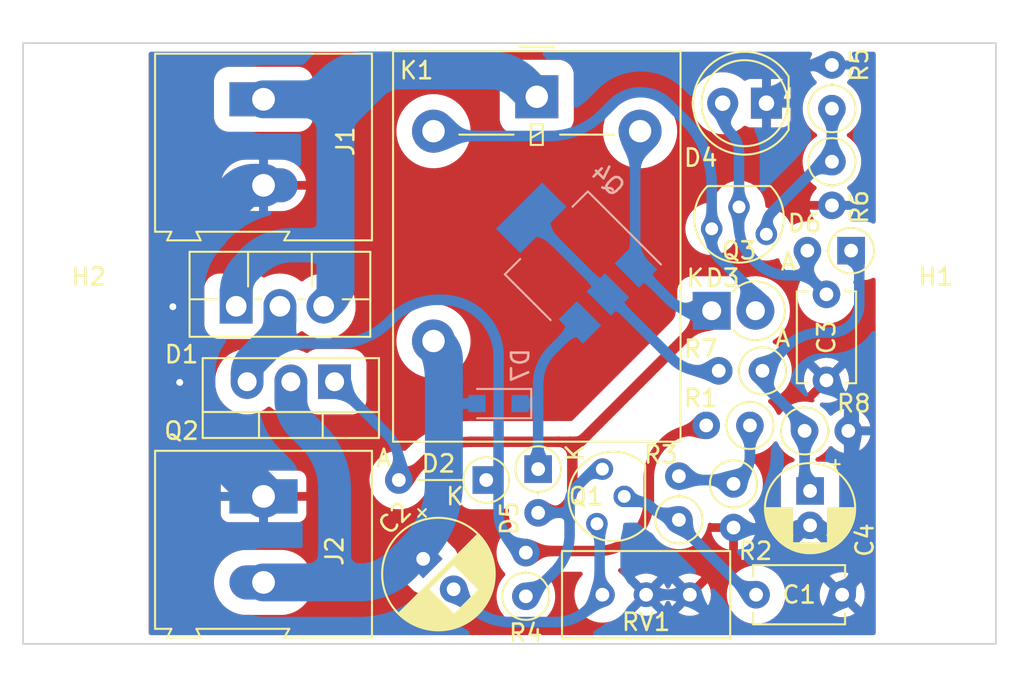
<source format=kicad_pcb>
(kicad_pcb (version 20211014) (generator pcbnew)
  (layers (0 "F.Cu" signal) (31 "B.Cu" signal) (34 "B.Paste" user) (35 "F.Paste" user) (36 "B.SilkS" user "B.Silkscreen") (37 "F.SilkS" user "F.Silkscreen") (38 "B.Mask" user) (39 "F.Mask" user) (44 "Edge.Cuts" user))
  (net 0 "")
  (net 1 "/RL_Output")
  (net 2 "Net-(C1-Pad1)")
  (net 3 "Net-(C2-Pad2)")
  (net 4 "Net-(C4-Pad1)")
  (net 5 "/RL_Input")
  (net 6 "Net-(C3-Pad2)")
  (net 7 "/RLCoilHigh")
  (net 8 "Net-(D5-Pad1)")
  (net 9 "/RLCoilLow")
  (net 10 "Net-(Q3-Pad1)")
  (net 11 "Net-(Q4-Pad2)")
  (net 12 "Net-(R1-Pad1)")
  (net 13 "/Gnd")
  (net 14 "/PolProtect")
  (footprint "CapInrushLim:Relay_SPST-NO_Omron-G5LE-1A" (layer "F.Cu") (at 236.855 128.5325)
    (fp_text reference "K1")
    (fp_text value "G5LE-1A")
  )
  (footprint "Capacitor_THT:CP_Radial_D5.0mm_P2.00mm" (layer "F.Cu") (at 252.73 151.4475 -90)
    (fp_text reference "C4")
    (fp_text value "10uF 63V")
  )
  (footprint "Diode_THT:D_DO-35_SOD27_P2.54mm_Vertical_AnodeUp" (layer "F.Cu") (at 236.932842 150.1775 -90)
    (fp_text reference "D5")
    (fp_text value "BZY88-C9V1")
  )
  (footprint "CapInrushLim:TO-92_Inline" (layer "F.Cu") (at 249.8725 135.5725 180)
    (fp_text reference "Q3")
    (fp_text value "MPSA42")
  )
  (footprint "Resistor_THT:R_Axial_DIN0207_L6.3mm_D2.5mm_P2.54mm_Vertical" (layer "F.Cu") (at 252.4125 147.955)
    (fp_text reference "R8")
    (fp_text value "200k")
  )
  (footprint "Potentiometer_THT:Potentiometer_Bourns_3296W_Vertical" (layer "F.Cu") (at 240.665 157.48 180)
    (fp_text reference "RV1")
    (fp_text value "10k")
  )
  (footprint "Package_TO_SOT_THT:TO-220F-3_Vertical" (layer "F.Cu") (at 219.3925 140.7125)
    (fp_text reference "D1")
    (fp_text value "STPS10SM80CFP")
  )
  (footprint "Diode_THT:D_DO-35_SOD27_P5.08mm_Vertical_AnodeUp" (layer "F.Cu") (at 233.919657 150.8125 180)
    (fp_text reference "D2")
    (fp_text value "BZY88-C9V1")
  )
  (footprint "CapInrushLim:TO-92_Inline" (layer "F.Cu") (at 241.3 153.035 90)
    (fp_text reference "Q1")
    (fp_text value "MPSA42")
  )
  (footprint "MountingHole:MountingHole_3.2mm_M3" (layer "F.Cu") (at 260.0325 143.1925)
    (fp_text reference "H1")
    (fp_text value "MountingHole")
  )
  (footprint "Resistor_THT:R_Axial_DIN0207_L6.3mm_D2.5mm_P2.54mm_Vertical" (layer "F.Cu") (at 249.2375 147.6375 180)
    (fp_text reference "R1")
    (fp_text value "100k")
  )
  (footprint "Capacitor_THT:CP_Radial_D6.3mm_P2.50mm" (layer "F.Cu") (at 230.256117 155.394733 -45)
    (fp_text reference "C2")
    (fp_text value "10uF 100V")
  )
  (footprint "Resistor_THT:R_Axial_DIN0207_L6.3mm_D2.5mm_P2.54mm_Vertical" (layer "F.Cu") (at 245.11 153.1275 90)
    (fp_text reference "R3")
    (fp_text value "100k")
  )
  (footprint "TerminalBlock:TerminalBlock_Altech_AK300-2_P5.00mm" (layer "F.Cu") (at 220.98 151.765 -90)
    (fp_text reference "J2")
    (fp_text value "Screw_Terminal_01x02")
  )
  (footprint "Diode_THT:D_DO-35_SOD27_P2.54mm_Vertical_AnodeUp" (layer "F.Cu") (at 255.114315 137.4775 180)
    (fp_text reference "D6")
    (fp_text value "BZX79-C15")
  )
  (footprint "Capacitor_THT:C_Disc_D5.1mm_W3.2mm_P5.00mm" (layer "F.Cu") (at 249.595 157.48)
    (fp_text reference "C1")
    (fp_text value "220nF 50V")
  )
  (footprint "TerminalBlock:TerminalBlock_Altech_AK300-2_P5.00mm" (layer "F.Cu") (at 220.98 128.68 -90)
    (fp_text reference "J1")
    (fp_text value "Screw_Terminal_01x02")
  )
  (footprint "LED_THT:LED_D5.0mm" (layer "F.Cu") (at 250.195 128.905 180)
    (fp_text reference "D4")
    (fp_text value "Red LED")
  )
  (footprint "Resistor_THT:R_Axial_DIN0207_L6.3mm_D2.5mm_P2.54mm_Vertical" (layer "F.Cu") (at 249.965 144.4625 180)
    (fp_text reference "R7")
    (fp_text value "100k")
  )
  (footprint "Diode_THT:D_DO-41_SOD81_P2.54mm_Vertical_KathodeUp" (layer "F.Cu") (at 247.015 140.97)
    (fp_text reference "D3")
    (fp_text value "1n4002")
  )
  (footprint "Resistor_THT:R_Axial_DIN0207_L6.3mm_D2.5mm_P2.54mm_Vertical" (layer "F.Cu") (at 248.285 151.0375 -90)
    (fp_text reference "R2")
    (fp_text value "2k2")
  )
  (footprint "Resistor_THT:R_Axial_DIN0207_L6.3mm_D2.5mm_P2.54mm_Vertical" (layer "F.Cu") (at 254 132.305 -90)
    (fp_text reference "R6")
    (fp_text value "100R")
  )
  (footprint "Resistor_THT:R_Axial_DIN0207_L6.3mm_D2.5mm_P2.54mm_Vertical" (layer "F.Cu") (at 254 129.2225 90)
    (fp_text reference "R5")
    (fp_text value "1k5")
  )
  (footprint "Resistor_THT:R_Axial_DIN0207_L6.3mm_D2.5mm_P2.54mm_Vertical" (layer "F.Cu") (at 236.22 157.5725 90)
    (fp_text reference "R4")
    (fp_text value "100k")
  )
  (footprint "MountingHole:MountingHole_3.2mm_M3" (layer "F.Cu") (at 210.82 143.1925)
    (fp_text reference "H2")
    (fp_text value "MountingHole")
  )
  (footprint "Capacitor_THT:C_Disc_D5.1mm_W3.2mm_P5.00mm" (layer "F.Cu") (at 253.6825 145.0175 90)
    (fp_text reference "C3")
    (fp_text value "100nF 50V")
  )
  (footprint "Package_TO_SOT_THT:TO-220-3_Vertical" (layer "F.Cu") (at 225.1075 145.0975 180)
    (fp_text reference "Q2")
    (fp_text value "IRF9540N")
  )
  (footprint "Package_TO_SOT_SMD:SOT-223" (layer "B.Cu") (at 238.76 137.795 135)
    (fp_text reference "Q4")
    (fp_text value "Q_PMOS_GDSD")
  )
  (footprint "Diode_SMD:D_SOD-323_HandSoldering" (layer "B.Cu") (at 234.6325 146.3675 180)
    (fp_text reference "D7")
    (fp_text value "BAS16H")
  )
  (gr_line locked (start 207.01 125.41125) (end 263.525 125.41125) (layer "Edge.Cuts") (width 0.1))
  (gr_line locked (start 263.525 125.41125) (end 263.525 160.3375) (layer "Edge.Cuts") (width 0.1))
  (gr_line locked (start 207.01 160.3375) (end 207.01 125.41125) (layer "Edge.Cuts") (width 0.1))
  (gr_line locked (start 263.525 160.3375) (end 207.01 160.3375) (layer "Edge.Cuts") (width 0.1))
  (segment (start 233.3625 146.3675) (end 232.5625 146.3675) (width 0.6096) (layer "B.Cu") (net 1))
  (segment (start 231.4575 143.761031) (end 231.4575 151.018536) (width 2.2) (layer "B.Cu") (net 1))
  (segment (start 223.184063 147.619063) (end 223.8375 148.2725) (width 1.905) (layer "B.Cu") (net 1))
  (segment (start 228.975278 155.75472) (end 229.863707 154.866292) (width 2.2) (layer "B.Cu") (net 1))
  (segment (start 231.15625 143.03375) (end 230.855 142.7325) (width 2.2) (layer "B.Cu") (net 1))
  (segment (start 226.53625 156.765) (end 223.67875 156.765) (width 2.2) (layer "B.Cu") (net 1))
  (segment (start 223.67875 156.765) (end 220.98 156.765) (width 2.2) (layer "B.Cu") (net 1))
  (segment (start 225.1075 155.33625) (end 225.1075 151.338551) (width 1.905) (layer "B.Cu") (net 1))
  (segment (start 222.5675 146.130548) (end 222.5675 145.258596) (width 1.905) (layer "B.Cu") (net 1))
  (arc (start 228.975278 155.75472) (mid 227.856242 156.502436) (end 226.53625 156.765) (width 2.2) (layer "B.Cu") (net 1))
  (arc (start 223.8375 148.2725) (mid 224.777437 149.679216) (end 225.1075 151.338551) (width 1.905) (layer "B.Cu") (net 1))
  (arc (start 222.5675 146.130548) (mid 222.727739 146.936126) (end 223.184063 147.619063) (width 1.905) (layer "B.Cu") (net 1))
  (arc (start 225.09125 155.15875) (mid 224.672779 156.169028) (end 223.6625 156.5875) (width 1.905) (layer "B.Cu") (net 1))
  (arc (start 231.15625 143.03375) (mid 231.379207 143.367429) (end 231.4575 143.761031) (width 2.2) (layer "B.Cu") (net 1))
  (arc (start 225.09125 155.174052) (mid 225.509721 156.18433) (end 226.52 156.602802) (width 1.905) (layer "B.Cu") (net 1))
  (arc (start 231.4575 151.018536) (mid 231.043286 153.100926) (end 229.863707 154.866292) (width 2.2) (layer "B.Cu") (net 1))
  (segment (start 244.289012 152.7175) (end 245.11 152.7175) (width 0.6096) (layer "B.Cu") (net 2))
  (segment (start 249.403277 157.48) (end 249.595 157.48) (width 0.6096) (layer "B.Cu") (net 2))
  (segment (start 249.075985 157.344431) (end 245.11 153.378446) (width 0.6096) (layer "B.Cu") (net 2))
  (segment (start 242.755987 152.0825) (end 241.935 152.0825) (width 0.6096) (layer "B.Cu") (net 2))
  (arc (start 249.075985 157.344431) (mid 249.226147 157.444766) (end 249.403277 157.48) (width 0.6096) (layer "B.Cu") (net 2))
  (arc (start 243.5225 152.4) (mid 243.17082 152.165015) (end 242.755987 152.0825) (width 0.6096) (layer "B.Cu") (net 2))
  (arc (start 243.5225 152.4) (mid 243.874178 152.634984) (end 244.289012 152.7175) (width 0.6096) (layer "B.Cu") (net 2))
  (segment (start 240.50625 157.208996) (end 240.50625 153.623503) (width 0.6096) (layer "B.Cu") (net 3))
  (segment (start 232.976384 158.115) (end 232.023884 157.1625) (width 0.6096) (layer "B.Cu") (net 3))
  (segment (start 240.585625 157.559375) (end 239.87125 158.27375) (width 0.6096) (layer "B.Cu") (net 3))
  (segment (start 240.426875 153.431875) (end 240.3475 153.3525) (width 0.6096) (layer "B.Cu") (net 3))
  (segment (start 237.954967 159.0675) (end 235.275922 159.0675) (width 0.6096) (layer "B.Cu") (net 3))
  (arc (start 232.976384 158.115) (mid 234.031421 158.819953) (end 235.275922 159.0675) (width 0.6096) (layer "B.Cu") (net 3))
  (arc (start 240.426875 153.431875) (mid 240.485621 153.519794) (end 240.50625 153.623503) (width 0.6096) (layer "B.Cu") (net 3))
  (arc (start 240.50625 157.208996) (mid 240.526878 157.312705) (end 240.585625 157.400625) (width 0.6096) (layer "B.Cu") (net 3))
  (arc (start 239.87125 158.27375) (mid 238.992052 158.861211) (end 237.954967 159.0675) (width 0.6096) (layer "B.Cu") (net 3))
  (arc (start 240.585625 157.400625) (mid 240.618503 157.48) (end 240.585625 157.559375) (width 0.6096) (layer "B.Cu") (net 3))
  (segment (start 255.350907 137.714092) (end 255.114315 137.4775) (width 0.6096) (layer "B.Cu") (net 4))
  (segment (start 252.4125 150.801182) (end 252.4125 148.11375) (width 0.6096) (layer "B.Cu") (net 4))
  (segment (start 253.96148 142.24) (end 253.41125 142.24) (width 0.6096) (layer "B.Cu") (net 4))
  (segment (start 252.57125 151.184439) (end 252.73 151.343189) (width 0.6096) (layer "B.Cu") (net 4))
  (segment (start 250.22221 145.44721) (end 252.300246 147.525246) (width 0.6096) (layer "B.Cu") (net 4))
  (segment (start 250.222209 144.205289) (end 251.322178 143.105321) (width 0.6096) (layer "B.Cu") (net 4))
  (segment (start 252.4125 147.79625) (end 252.4125 148.11375) (width 0.6096) (layer "B.Cu") (net 4))
  (segment (start 255.5875 140.61398) (end 255.5875 138.285277) (width 0.6096) (layer "B.Cu") (net 4))
  (arc (start 253.41125 142.24) (mid 252.280652 142.464889) (end 251.322178 143.105321) (width 0.6096) (layer "B.Cu") (net 4))
  (arc (start 255.5875 140.61398) (mid 255.463726 141.236231) (end 255.11125 141.76375) (width 0.6096) (layer "B.Cu") (net 4))
  (arc (start 255.11125 141.76375) (mid 254.583731 142.116226) (end 253.96148 142.24) (width 0.6096) (layer "B.Cu") (net 4))
  (arc (start 249.965 144.82625) (mid 250.031846 145.162311) (end 250.22221 145.44721) (width 0.6096) (layer "B.Cu") (net 4))
  (arc (start 252.4125 150.801182) (mid 252.453757 151.008599) (end 252.57125 151.184439) (width 0.6096) (layer "B.Cu") (net 4))
  (arc (start 250.222209 144.205289) (mid 250.031846 144.490188) (end 249.965 144.82625) (width 0.6096) (layer "B.Cu") (net 4))
  (arc (start 255.350907 137.714092) (mid 255.526011 137.976154) (end 255.5875 138.285277) (width 0.6096) (layer "B.Cu") (net 4))
  (arc (start 252.300246 147.525246) (mid 252.383326 147.649583) (end 252.4125 147.79625) (width 0.6096) (layer "B.Cu") (net 4))
  (segment (start 224.637499 128.157499) (end 225.056073 127.738926) (width 2.2) (layer "B.Cu") (net 5))
  (segment (start 227.146073 127.738926) (end 225.6825 129.2025) (width 2.2) (layer "B.Cu") (net 5))
  (segment (start 225.135034 139.675034) (end 225.16 139.7) (width 2) (layer "B.Cu") (net 5))
  (segment (start 236.03375 127.76625) (end 236.780554 128.513054) (width 2.2) (layer "B.Cu") (net 5))
  (segment (start 225.16 135.7275) (end 225.16 139.7) (width 2.2) (layer "B.Cu") (net 5))
  (segment (start 236.8275 128.5325) (end 236.855 128.5325) (width 2.2) (layer "B.Cu") (net 5))
  (segment (start 223.376073 128.68) (end 220.98 128.68) (width 2.2) (layer "B.Cu") (net 5))
  (segment (start 222.644538 137.16) (end 223.7275 137.16) (width 2) (layer "B.Cu") (net 5))
  (segment (start 224.81625 140.36875) (end 224.4725 140.7125) (width 2) (layer "B.Cu") (net 5))
  (segment (start 225.135034 138.312524) (end 225.135034 139.675034) (width 2) (layer "B.Cu") (net 5))
  (segment (start 226.84 127) (end 228.93 127) (width 2.2) (layer "B.Cu") (net 5))
  (segment (start 225.16 139.7) (end 225.139826 139.720174) (width 2) (layer "B.Cu") (net 5))
  (segment (start 228.93 127) (end 234.183858 127) (width 2.2) (layer "B.Cu") (net 5))
  (segment (start 220.344999 138.112499) (end 219.974979 138.48252) (width 1.905) (layer "B.Cu") (net 5))
  (segment (start 225.16 135.7275) (end 225.16 130.463926) (width 2.2) (layer "B.Cu") (net 5))
  (segment (start 225.139826 139.720174) (end 225.139826 139.768303) (width 2) (layer "B.Cu") (net 5))
  (segment (start 219.3925 139.88875) (end 219.3925 140.7125) (width 1.905) (layer "B.Cu") (net 5))
  (arc (start 236.03375 127.76625) (mid 235.185012 127.199141) (end 234.183858 127) (width 2.2) (layer "B.Cu") (net 5))
  (arc (start 223.7275 137.16) (mid 224.636268 137.485163) (end 225.135034 138.312524) (width 2) (layer "B.Cu") (net 5))
  (arc (start 225.139826 139.768303) (mid 225.021416 140.092112) (end 224.81625 140.36875) (width 2) (layer "B.Cu") (net 5))
  (arc (start 222.644538 137.16) (mid 221.400036 137.407546) (end 220.344999 138.112499) (width 2) (layer "B.Cu") (net 5))
  (arc (start 227.146073 127.738926) (mid 227.239904 127.267207) (end 226.84 127) (width 2.2) (layer "B.Cu") (net 5))
  (arc (start 228.93 127) (mid 227.964545 127.19204) (end 227.146073 127.738926) (width 2.2) (layer "B.Cu") (net 5))
  (arc (start 223.376073 128.68) (mid 224.058752 128.544206) (end 224.637499 128.157499) (width 2.2) (layer "B.Cu") (net 5))
  (arc (start 223.7275 137.16) (mid 224.74043 136.74043) (end 225.16 135.7275) (width 2) (layer "B.Cu") (net 5))
  (arc (start 219.974979 138.48252) (mid 219.543881 139.127704) (end 219.3925 139.88875) (width 1.905) (layer "B.Cu") (net 5))
  (arc (start 225.6825 129.2025) (mid 225.295793 129.781247) (end 225.16 130.463926) (width 2.2) (layer "B.Cu") (net 5))
  (arc (start 224.637499 128.157499) (mid 224.421073 128.679999) (end 224.6375 129.2025) (width 2.2) (layer "B.Cu") (net 5))
  (arc (start 224.6375 129.2025) (mid 225.16 129.418926) (end 225.6825 129.2025) (width 2.2) (layer "B.Cu") (net 5))
  (arc (start 225.16 130.463926) (mid 225.024206 129.781247) (end 224.6375 129.2025) (width 2.2) (layer "B.Cu") (net 5))
  (arc (start 236.780554 128.513054) (mid 236.802093 128.527446) (end 236.8275 128.5325) (width 2.2) (layer "B.Cu") (net 5))
  (arc (start 224.6375 129.2025) (mid 224.058752 128.815793) (end 223.376073 128.68) (width 2.2) (layer "B.Cu") (net 5))
  (arc (start 226.84 127) (mid 225.874545 127.19204) (end 225.056073 127.738926) (width 2.2) (layer "B.Cu") (net 5))
  (segment (start 251.858407 138.909315) (end 251.463065 138.909315) (width 0.6096) (layer "B.Cu") (net 6))
  (segment (start 248.6025 134.9375) (end 248.6025 131.797483) (width 0.6096) (layer "B.Cu") (net 6))
  (segment (start 247.655 129.5425) (end 247.655 128.905) (width 0.6096) (layer "B.Cu") (net 6))
  (segment (start 248.6025 136.04875) (end 248.6025 134.9375) (width 0.6096) (layer "B.Cu") (net 6))
  (segment (start 253.080538 139.415538) (end 253.6825 140.0175) (width 0.6096) (layer "B.Cu") (net 6))
  (segment (start 248.10578 130.63078) (end 248.12875 130.65375) (width 0.6096) (layer "B.Cu") (net 6))
  (segment (start 252.574315 138.193407) (end 252.574315 137.4775) (width 0.6096) (layer "B.Cu") (net 6))
  (segment (start 249.388272 137.945772) (end 249.566042 138.123542) (width 0.6096) (layer "B.Cu") (net 6))
  (arc (start 251.858407 138.909315) (mid 252.36463 138.69963) (end 252.574315 138.193407) (width 0.6096) (layer "B.Cu") (net 6))
  (arc (start 253.080538 139.415538) (mid 252.519819 139.040878) (end 251.858407 138.909315) (width 0.6096) (layer "B.Cu") (net 6))
  (arc (start 252.574315 138.193407) (mid 252.705878 138.854819) (end 253.080538 139.415538) (width 0.6096) (layer "B.Cu") (net 6))
  (arc (start 248.6025 136.04875) (mid 248.806715 137.075411) (end 249.388272 137.945772) (width 0.6096) (layer "B.Cu") (net 6))
  (arc (start 249.566042 138.123542) (mid 250.436403 138.705099) (end 251.463065 138.909315) (width 0.6096) (layer "B.Cu") (net 6))
  (arc (start 247.655 129.5425) (mid 247.772153 130.131473) (end 248.10578 130.63078) (width 0.6096) (layer "B.Cu") (net 6))
  (arc (start 248.12875 130.65375) (mid 248.479376 131.178499) (end 248.6025 131.797483) (width 0.6096) (layer "B.Cu") (net 6))
  (segment (start 238.098439 148.59) (end 233.029044 148.59) (width 0.6096) (layer "F.Cu") (net 7))
  (segment (start 237.563733 152.7175) (end 236.932842 152.7175) (width 0.6096) (layer "F.Cu") (net 7))
  (segment (start 239.05824 148.59) (end 238.77578 148.59) (width 0.6096) (layer "F.Cu") (net 7))
  (segment (start 230.34625 149.70125) (end 229.235 150.8125) (width 0.6096) (layer "F.Cu") (net 7))
  (segment (start 238.098439 148.59) (end 238.77578 148.59) (width 0.6096) (layer "F.Cu") (net 7))
  (segment (start 238.91875 151.362483) (end 238.91875 149.403009) (width 0.6096) (layer "F.Cu") (net 7))
  (segment (start 239.633125 148.351875) (end 247.015 140.97) (width 0.6096) (layer "F.Cu") (net 7))
  (segment (start 239.633125 148.351875) (end 239.156875 148.828125) (width 0.6096) (layer "F.Cu") (net 7))
  (segment (start 238.677929 148.828125) (end 238.679288 148.829468) (width 0.6096) (layer "F.Cu") (net 7))
  (arc (start 239.156875 148.828125) (mid 239.187112 148.676109) (end 239.05824 148.59) (width 0.6096) (layer "F.Cu") (net 7))
  (arc (start 238.91875 151.362483) (mid 238.815605 151.881025) (end 238.521875 152.320625) (width 0.6096) (layer "F.Cu") (net 7))
  (arc (start 238.77578 148.59) (mid 238.647057 148.676271) (end 238.677929 148.828125) (width 0.6096) (layer "F.Cu") (net 7))
  (arc (start 239.156875 148.828125) (mid 238.980636 149.091884) (end 238.91875 149.403009) (width 0.6096) (layer "F.Cu") (net 7))
  (arc (start 238.677929 148.828125) (mid 238.411693 148.651852) (end 238.098439 148.59) (width 0.6096) (layer "F.Cu") (net 7))
  (arc (start 238.91875 149.403009) (mid 238.85648 149.092247) (end 238.679288 148.829468) (width 0.6096) (layer "F.Cu") (net 7))
  (arc (start 239.05824 148.59) (mid 239.369365 148.528113) (end 239.633125 148.351875) (width 0.6096) (layer "F.Cu") (net 7))
  (arc (start 238.521875 152.320625) (mid 238.082275 152.614355) (end 237.563733 152.7175) (width 0.6096) (layer "F.Cu") (net 7))
  (arc (start 233.029044 148.59) (mid 231.577126 148.878804) (end 230.34625 149.70125) (width 0.6096) (layer "F.Cu") (net 7))
  (arc (start 238.679288 148.829468) (mid 238.918358 148.927314) (end 239.156875 148.828125) (width 0.6096) (layer "F.Cu") (net 7))
  (segment (start 238.76 152.161875) (end 238.76 153.273125) (width 0.6096) (layer "B.Cu") (net 7))
  (segment (start 236.5375 157.7975) (end 236.22 157.7975) (width 0.6096) (layer "B.Cu") (net 7))
  (segment (start 242.85125 130.5325) (end 242.855 130.5325) (width 0.6096) (layer "B.Cu") (net 7))
  (segment (start 236.3325 157.5725) (end 236.22 157.5725) (width 0.6096) (layer "B.Cu") (net 7))
  (segment (start 238.204375 152.7175) (end 236.5375 152.7175) (width 0.6096) (layer "B.Cu") (net 7))
  (segment (start 228.138616 148.128616) (end 225.1075 145.0975) (width 0.6096) (layer "B.Cu") (net 7))
  (segment (start 237.861974 156.155525) (end 236.524549 157.49295) (width 0.6096) (layer "B.Cu") (net 7))
  (segment (start 238.76 153.273125) (end 238.76 153.9875) (width 0.6096) (layer "B.Cu") (net 7))
  (segment (start 242.635598 138.417907) (end 244.541639 140.323948) (width 0.6096) (layer "B.Cu") (net 7))
  (segment (start 242.57 138.321385) (end 242.57 131.006222) (width 0.6096) (layer "B.Cu") (net 7))
  (segment (start 239.152886 151.213363) (end 240.3475 150.01875) (width 0.6096) (layer "B.Cu") (net 7))
  (segment (start 242.708749 130.671249) (end 242.844848 130.535151) (width 0.6096) (layer "B.Cu") (net 7))
  (segment (start 242.591866 138.374175) (end 242.635598 138.417907) (width 0.6096) (layer "B.Cu") (net 7))
  (segment (start 246.101345 140.97) (end 247.015 140.97) (width 0.6096) (layer "B.Cu") (net 7))
  (segment (start 228.839657 149.821078) (end 228.839657 150.8125) (width 0.6096) (layer "B.Cu") (net 7))
  (arc (start 244.541639 140.323948) (mid 245.257238 140.802096) (end 246.101345 140.97) (width 0.6096) (layer "B.Cu") (net 7))
  (arc (start 236.524549 157.49295) (mid 236.436436 157.551825) (end 236.3325 157.5725) (width 0.6096) (layer "B.Cu") (net 7))
  (arc (start 238.204375 152.7175) (mid 238.597261 152.554761) (end 238.76 152.161875) (width 0.6096) (layer "B.Cu") (net 7))
  (arc (start 238.76 153.9875) (mid 238.52661 155.160826) (end 237.861974 156.155525) (width 0.6096) (layer "B.Cu") (net 7))
  (arc (start 238.76 153.273125) (mid 238.597261 152.880238) (end 238.204375 152.7175) (width 0.6096) (layer "B.Cu") (net 7))
  (arc (start 239.152886 151.213363) (mid 238.862107 151.648544) (end 238.76 152.161875) (width 0.6096) (layer "B.Cu") (net 7))
  (arc (start 228.138616 148.128616) (mid 228.657462 148.905124) (end 228.839657 149.821078) (width 0.6096) (layer "B.Cu") (net 7))
  (arc (start 242.57 138.321385) (mid 242.575682 138.349954) (end 242.591866 138.374175) (width 0.6096) (layer "B.Cu") (net 7))
  (arc (start 242.85125 130.5325) (mid 242.847785 130.533188) (end 242.844848 130.535151) (width 0.6096) (layer "B.Cu") (net 7))
  (arc (start 242.708749 130.671249) (mid 242.606059 130.824936) (end 242.57 131.006222) (width 0.6096) (layer "B.Cu") (net 7))
  (segment (start 236.932842 146.902671) (end 236.932842 150.1775) (width 0.6096) (layer "B.Cu") (net 8))
  (segment (start 236.397671 146.3675) (end 235.8625 146.3675) (width 0.6096) (layer "B.Cu") (net 8))
  (segment (start 236.932842 145.832329) (end 236.932842 146.902671) (width 0.6096) (layer "B.Cu") (net 8))
  (segment (start 237.74268 143.267092) (end 239.361041 141.648732) (width 0.6096) (layer "B.Cu") (net 8))
  (segment (start 236.932842 145.222215) (end 236.932842 145.832329) (width 0.6096) (layer "B.Cu") (net 8))
  (arc (start 236.932842 146.902671) (mid 236.776094 146.524247) (end 236.397671 146.3675) (width 0.6096) (layer "B.Cu") (net 8))
  (arc (start 237.74268 143.267092) (mid 237.143312 144.16411) (end 236.932842 145.222215) (width 0.6096) (layer "B.Cu") (net 8))
  (arc (start 236.397671 146.3675) (mid 236.776094 146.210752) (end 236.932842 145.832329) (width 0.6096) (layer "B.Cu") (net 8))
  (segment (start 230.99375 130.67125) (end 230.855 130.5325) (width 0.6096) (layer "B.Cu") (net 9))
  (segment (start 240.664999 129.539999) (end 241.26148 128.943519) (width 0.6096) (layer "B.Cu") (net 9))
  (segment (start 231.328722 130.81) (end 237.598948 130.81) (width 0.6096) (layer "B.Cu") (net 9))
  (segment (start 249.555 140.49375) (end 249.555 140.97) (width 0.6096) (layer "B.Cu") (net 9))
  (segment (start 247.015 133.690064) (end 247.015 136.2075) (width 0.6096) (layer "B.Cu") (net 9))
  (segment (start 249.21824 139.68074) (end 247.464012 137.926512) (width 0.6096) (layer "B.Cu") (net 9))
  (segment (start 245.4275 129.8575) (end 244.513519 128.943519) (width 0.6096) (layer "B.Cu") (net 9))
  (segment (start 247.015 136.8425) (end 247.015 136.2075) (width 0.6096) (layer "B.Cu") (net 9))
  (arc (start 245.4275 129.8575) (mid 246.602422 131.615895) (end 247.015 133.690064) (width 0.6096) (layer "B.Cu") (net 9))
  (arc (start 249.21824 139.68074) (mid 249.467478 140.053752) (end 249.555 140.49375) (width 0.6096) (layer "B.Cu") (net 9))
  (arc (start 244.513519 128.943519) (mid 243.767495 128.445041) (end 242.8875 128.27) (width 0.6096) (layer "B.Cu") (net 9))
  (arc (start 240.664999 129.539999) (mid 239.258283 130.479937) (end 237.598948 130.81) (width 0.6096) (layer "B.Cu") (net 9))
  (arc (start 242.8875 128.27) (mid 242.007504 128.445041) (end 241.26148 128.943519) (width 0.6096) (layer "B.Cu") (net 9))
  (arc (start 230.99375 130.67125) (mid 231.147436 130.77394) (end 231.328722 130.81) (width 0.6096) (layer "B.Cu") (net 9))
  (arc (start 247.015 136.8425) (mid 247.131694 137.429163) (end 247.464012 137.926512) (width 0.6096) (layer "B.Cu") (net 9))
  (segment (start 250.19 136.04875) (end 250.19 136.525) (width 0.6096) (layer "B.Cu") (net 10))
  (segment (start 250.526759 135.23574) (end 253.265697 132.496802) (width 0.6096) (layer "B.Cu") (net 10))
  (segment (start 254 132.03375) (end 254 129.2225) (width 0.6096) (layer "B.Cu") (net 10))
  (arc (start 250.526759 135.23574) (mid 250.27752 135.608752) (end 250.19 136.04875) (width 0.6096) (layer "B.Cu") (net 10))
  (arc (start 253.72875 132.305) (mid 253.478147 132.354847) (end 253.265697 132.496802) (width 0.6096) (layer "B.Cu") (net 10))
  (arc (start 254 132.03375) (mid 253.920552 132.225552) (end 253.72875 132.305) (width 0.6096) (layer "B.Cu") (net 10))
  (segment (start 240.987386 140.022386) (end 244.721277 143.756277) (width 0.6096) (layer "B.Cu") (net 11))
  (segment (start 246.42625 144.4625) (end 247.425 144.4625) (width 0.6096) (layer "B.Cu") (net 11))
  (segment (start 240.987386 140.022386) (end 236.532614 135.567614) (width 0.6096) (layer "B.Cu") (net 11))
  (arc (start 244.721277 143.756277) (mid 245.503525 144.278958) (end 246.42625 144.4625) (width 0.6096) (layer "B.Cu") (net 11))
  (segment (start 249.2375 149.41148) (end 249.2375 147.6375) (width 0.6096) (layer "B.Cu") (net 12))
  (segment (start 247.9009 150.8125) (end 245.494099 150.8125) (width 0.6096) (layer "B.Cu") (net 12))
  (segment (start 245.2225 150.7) (end 245.11 150.5875) (width 0.6096) (layer "B.Cu") (net 12))
  (segment (start 248.76125 150.56125) (end 248.3975 150.925) (width 0.6096) (layer "B.Cu") (net 12))
  (arc (start 248.1725 150.925) (mid 248.047889 150.841737) (end 247.9009 150.8125) (width 0.6096) (layer "B.Cu") (net 12))
  (arc (start 248.1725 150.925) (mid 248.285 150.971599) (end 248.3975 150.925) (width 0.6096) (layer "B.Cu") (net 12))
  (arc (start 245.2225 150.7) (mid 245.34711 150.783262) (end 245.494099 150.8125) (width 0.6096) (layer "B.Cu") (net 12))
  (arc (start 249.2375 149.41148) (mid 249.113726 150.033731) (end 248.76125 150.56125) (width 0.6096) (layer "B.Cu") (net 12))
  (via (at 215.7125 140.7375) (size 1.2) (drill 0.4) (layers "F.Cu" "B.Cu") (net 13))
  (via (at 216.1125 145.1375) (size 1.2) (drill 0.4) (layers "F.Cu" "B.Cu") (net 13))
  (segment (start 251.858001 127.241998) (end 250.195 128.905) (width 0.6096) (layer "B.Cu") (net 13))
  (segment (start 248.442907 153.67) (end 252.5075 153.67) (width 0.6096) (layer "B.Cu") (net 13))
  (segment (start 251.125305 159.5125) (end 249.214694 159.5125) (width 0.6096) (layer "B.Cu") (net 13))
  (segment (start 253.20875 126.6825) (end 254 126.6825) (width 0.6096) (layer "B.Cu") (net 13))
  (segment (start 254.904956 146.239956) (end 253.6825 145.0175) (width 0.6096) (layer "B.Cu") (net 13))
  (segment (start 245.745 157.48) (end 246.76125 158.49625) (width 0.6096) (layer "B.Cu") (net 13))
  (segment (start 255.27 147.412993) (end 255.27 147.12125) (width 0.6096) (layer "B.Cu") (net 13))
  (segment (start 245.745 157.48) (end 243.205 157.48) (width 0.6096) (layer "B.Cu") (net 13))
  (segment (start 254.9325 157.1425) (end 254.2575 157.8175) (width 0.6096) (layer "B.Cu") (net 13))
  (segment (start 253.57875 158.49625) (end 254.2575 157.8175) (width 0.6096) (layer "B.Cu") (net 13))
  (segment (start 254.11125 153.67) (end 252.9525 153.67) (width 0.6096) (layer "B.Cu") (net 13))
  (segment (start 255.27 148.497006) (end 255.27 152.51125) (width 0.6096) (layer "B.Cu") (net 13))
  (segment (start 255.27 152.51125) (end 255.27 154.82875) (width 0.6096) (layer "B.Cu") (net 13))
  (segment (start 255.27 156.327702) (end 255.27 154.82875) (width 0.6096) (layer "B.Cu") (net 13))
  (segment (start 219.531697 134.058302) (end 217.706292 135.883707) (width 2.5) (layer "B.Cu") (net 13))
  (segment (start 248.33125 153.62375) (end 248.285 153.5775) (width 0.6096) (layer "B.Cu") (net 13))
  (segment (start 220.445 133.68) (end 220.98 133.68) (width 2.5) (layer "B.Cu") (net 13))
  (segment (start 216.1125 144.643536) (end 216.1125 139.731463) (width 2.5) (layer "B.Cu") (net 13))
  (segment (start 217.706292 148.491292) (end 220.98 151.765) (width 2.5) (layer "B.Cu") (net 13))
  (arc (start 255.27 156.327702) (mid 255.182286 156.768667) (end 254.9325 157.1425) (width 0.6096) (layer "B.Cu") (net 13))
  (arc (start 254.11125 153.67) (mid 254.930609 153.330609) (end 255.27 152.51125) (width 0.6096) (layer "B.Cu") (net 13))
  (arc (start 253.57875 158.49625) (mid 252.453099 159.248385) (end 251.125305 159.5125) (width 0.6096) (layer "B.Cu") (net 13))
  (arc (start 216.1125 144.643536) (mid 216.526713 146.725926) (end 217.706292 148.491292) (width 2.5) (layer "B.Cu") (net 13))
  (arc (start 246.76125 158.49625) (mid 247.886899 159.248385) (end 249.214694 159.5125) (width 0.6096) (layer "B.Cu") (net 13))
  (arc (start 255.27 147.412993) (mid 255.228742 147.62041) (end 255.11125 147.79625) (width 0.6096) (layer "B.Cu") (net 13))
  (arc (start 255.27 154.82875) (mid 254.930609 154.00939) (end 254.11125 153.67) (width 0.6096) (layer "B.Cu") (net 13))
  (arc (start 253.20875 126.6825) (mid 252.47773 126.827908) (end 251.858001 127.241998) (width 0.6096) (layer "B.Cu") (net 13))
  (arc (start 255.11125 147.79625) (mid 255.045493 147.955) (end 255.11125 148.11375) (width 0.6096) (layer "B.Cu") (net 13))
  (arc (start 217.706292 135.883707) (mid 216.526713 137.649072) (end 216.1125 139.731463) (width 2.5) (layer "B.Cu") (net 13))
  (arc (start 254.904956 146.239956) (mid 255.175128 146.644297) (end 255.27 147.12125) (width 0.6096) (layer "B.Cu") (net 13))
  (arc (start 220.445 133.68) (mid 219.950724 133.778317) (end 219.531697 134.058302) (width 2.5) (layer "B.Cu") (net 13))
  (arc (start 255.11125 148.11375) (mid 255.228742 148.289589) (end 255.27 148.497006) (width 0.6096) (layer "B.Cu") (net 13))
  (arc (start 248.33125 153.62375) (mid 248.382478 153.65798) (end 248.442907 153.67) (width 0.6096) (layer "B.Cu") (net 13))
  (segment (start 243.36375 151.958964) (end 243.36375 150.665032) (width 0.6096) (layer "F.Cu") (net 14))
  (segment (start 245.824375 147.955) (end 246.6975 147.955) (width 0.6096) (layer "F.Cu") (net 14))
  (segment (start 236.26625 154.98625) (end 236.22 155.0325) (width 0.6096) (layer "F.Cu") (net 14))
  (segment (start 244.157499 148.748749) (end 244.333857 148.572392) (width 0.6096) (layer "F.Cu") (net 14))
  (segment (start 240.382714 154.94) (end 236.377907 154.94) (width 0.6096) (layer "F.Cu") (net 14))
  (arc (start 243.36375 151.958964) (mid 243.136832 153.099757) (end 242.490625 154.066875) (width 0.6096) (layer "F.Cu") (net 14))
  (arc (start 236.377907 154.94) (mid 236.317478 154.952019) (end 236.26625 154.98625) (width 0.6096) (layer "F.Cu") (net 14))
  (arc (start 244.157499 148.748749) (mid 243.570038 149.627947) (end 243.36375 150.665032) (width 0.6096) (layer "F.Cu") (net 14))
  (arc (start 242.490625 154.066875) (mid 241.523507 154.713082) (end 240.382714 154.94) (width 0.6096) (layer "F.Cu") (net 14))
  (arc (start 245.824375 147.955) (mid 245.017712 148.115454) (end 244.333857 148.572392) (width 0.6096) (layer "F.Cu") (net 14))
  (segment (start 222.5675 142.11125) (end 222.5675 141.3475) (width 0.6096) (layer "B.Cu") (net 14))
  (segment (start 221.9325 141.47625) (end 221.9325 140.7125) (width 1.905) (layer "B.Cu") (net 14))
  (segment (start 231.133061 140.335) (end 231.35677 140.335) (width 0.6096) (layer "B.Cu") (net 14))
  (segment (start 220.0275 144.62125) (end 220.0275 145.0975) (width 1.905) (layer "B.Cu") (net 14))
  (segment (start 235.31375 154.35125) (end 235.91545 154.95295) (width 0.6096) (layer "B.Cu") (net 14))
  (segment (start 228.434874 141.452625) (end 228.2825 141.605) (width 0.6096) (layer "B.Cu") (net 14))
  (segment (start 223.33125 142.875) (end 221.80375 142.875) (width 0.6096) (layer "B.Cu") (net 14))
  (segment (start 221.392447 142.780052) (end 220.364259 143.80824) (width 1.905) (layer "B.Cu") (net 14))
  (segment (start 221.80375 142.875) (end 220.6625 142.875) (width 0.6096) (layer "B.Cu") (net 14))
  (segment (start 221.354435 143.70625) (end 220.523185 144.5375) (width 0.6096) (layer "B.Cu") (net 14))
  (segment (start 234.6325 143.610729) (end 234.6325 152.706567) (width 0.6096) (layer "B.Cu") (net 14))
  (segment (start 236.1075 155.0325) (end 236.22 155.0325) (width 0.6096) (layer "B.Cu") (net 14))
  (segment (start 225.216448 142.875) (end 223.33125 142.875) (width 0.6096) (layer "B.Cu") (net 14))
  (arc (start 220.364259 143.80824) (mid 220.11502 144.181252) (end 220.0275 144.62125) (width 1.905) (layer "B.Cu") (net 14))
  (arc (start 221.80375 142.875) (mid 222.343802 142.651302) (end 222.5675 142.11125) (width 0.6096) (layer "B.Cu") (net 14))
  (arc (start 233.673061 141.294439) (mid 232.610337 140.58435) (end 231.35677 140.335) (width 0.6096) (layer "B.Cu") (net 14))
  (arc (start 228.2825 141.605) (mid 226.875783 142.544937) (end 225.216448 142.875) (width 0.6096) (layer "B.Cu") (net 14))
  (arc (start 233.673061 141.294439) (mid 234.383149 142.357162) (end 234.6325 143.610729) (width 0.6096) (layer "B.Cu") (net 14))
  (arc (start 223.36125 142.875) (mid 222.275169 143.091034) (end 221.354435 143.70625) (width 0.6096) (layer "B.Cu") (net 14))
  (arc (start 234.6325 152.706567) (mid 234.809551 153.596663) (end 235.31375 154.35125) (width 0.6096) (layer "B.Cu") (net 14))
  (arc (start 222.5675 142.11125) (mid 222.791197 142.651302) (end 223.33125 142.875) (width 0.6096) (layer "B.Cu") (net 14))
  (arc (start 235.91545 154.95295) (mid 236.003563 155.011825) (end 236.1075 155.0325) (width 0.6096) (layer "B.Cu") (net 14))
  (arc (start 221.9325 141.47625) (mid 221.792144 142.181862) (end 221.392447 142.780052) (width 1.905) (layer "B.Cu") (net 14))
  (arc (start 231.133061 140.335) (mid 229.672812 140.625461) (end 228.434874 141.452625) (width 0.6096) (layer "B.Cu") (net 14))
  (zone (net 14) (net_name "/PolProtect") (layer "F.Cu") (priority 16962) (connect_pads yes (clearance 0)) (min_thickness 0.0254) (fill yes (thermal_gap 0.508) (thermal_bridge_width 0.508))
    (polygon (pts (xy 245.156369 148.388114) (xy 245.351359 148.320932) (xy 245.520781 148.283312) (xy 245.670512 148.270172) (xy 245.80643 148.276428) (xy 245.934409 148.296999) (xy 246.060328 148.3268) (xy 246.190063 148.36075) (xy 246.32949 148.393766) (xy 246.484487 148.420764) (xy 246.660931 148.436663) (xy 247.065093 147.479783) (xy 246.093148 147.113327) (xy 245.986787 147.231137) (xy 245.889325 147.328384) (xy 245.796599 147.408866) (xy 245.704447 147.476381) (xy 245.608707 147.534728) (xy 245.505218 147.587706) (xy 245.389816 147.639113) (xy 245.25834 147.692748) (xy 245.106628 147.752409) (xy 244.930519 147.821896)))
  )
  (zone (net 13) (net_name "/Gnd") (layers F&B.Cu) (connect_pads (clearance 0.508)) (min_thickness 0.254) (fill yes (thermal_gap 0.508) (thermal_bridge_width 0.508))
    (polygon (pts (xy 256.54 160.3375) (xy 214.3125 160.3375) (xy 214.3125 125.4125) (xy 256.54 125.4125)))
  )
  (zone (net 7) (net_name "/RLCoilHigh") (layer "F.Cu") (priority 16962) (connect_pads yes (clearance 0)) (min_thickness 0.0254) (fill yes (thermal_gap 0.508) (thermal_bridge_width 0.508))
    (polygon (pts (xy 245.681963 142.734089) (xy 245.867457 142.562514) (xy 246.036317 142.433531) (xy 246.193441 142.339425) (xy 246.343724 142.27248) (xy 246.492064 142.224978) (xy 246.643357 142.189206) (xy 246.802499 142.157445) (xy 246.974388 142.121981) (xy 247.16392 142.075097) (xy 247.375992 142.009078) (xy 247.403908 140.581092) (xy 245.975922 140.609008) (xy 245.909902 140.821079) (xy 245.863018 141.010611) (xy 245.827554 141.1825) (xy 245.795793 141.341642) (xy 245.760021 141.492935) (xy 245.712519 141.641275) (xy 245.645574 141.791558) (xy 245.551468 141.948682) (xy 245.422485 142.117542) (xy 245.250911 142.303037)))
  )
  (zone (net 7) (net_name "/RLCoilHigh") (layer "F.Cu") (priority 16962) (connect_pads yes (clearance 0)) (min_thickness 0.0254) (fill yes (thermal_gap 0.508) (thermal_bridge_width 0.508))
    (polygon (pts (xy 238.258772 152.149809) (xy 238.146306 152.232959) (xy 238.041343 152.279589) (xy 237.9419 152.295018) (xy 237.845998 152.284567) (xy 237.751654 152.253557) (xy 237.656887 152.207308) (xy 237.559716 152.15114) (xy 237.458159 152.090375) (xy 237.350234 152.030333) (xy 237.233962 151.976335) (xy 236.53369 152.743529) (xy 237.462305 153.317223) (xy 237.588282 153.215773) (xy 237.705203 153.139068) (xy 237.815964 153.080362) (xy 237.923463 153.032909) (xy 238.030598 152.989965) (xy 238.140266 152.944784) (xy 238.255365 152.890622) (xy 238.378792 152.820734) (xy 238.513445 152.728373) (xy 238.662222 152.606797)))
  )
  (zone (net 7) (net_name "/RLCoilHigh") (layer "F.Cu") (priority 16962) (connect_pads yes (clearance 0)) (min_thickness 0.0254) (fill yes (thermal_gap 0.508) (thermal_bridge_width 0.508))
    (polygon (pts (xy 229.92457 149.691878) (xy 229.811254 149.797082) (xy 229.706528 149.87775) (xy 229.607694 149.936988) (xy 229.512055 149.977904) (xy 229.416914 150.003604) (xy 229.319575 150.017197) (xy 229.217339 150.021788) (xy 229.107511 150.020487) (xy 228.987392 150.0164) (xy 228.854287 150.012634) (xy 228.476529 150.980242) (xy 229.458162 151.319896) (xy 229.565671 151.182833) (xy 229.65347 151.05999) (xy 229.727468 150.947481) (xy 229.793578 150.841423) (xy 229.857711 150.737928) (xy 229.925779 150.633112) (xy 230.003692 150.523089) (xy 230.097363 150.403975) (xy 230.212702 150.271883) (xy 230.355622 150.12293)))
  )
  (zone (net 14) (net_name "/PolProtect") (layer "F.Cu") (priority 16962) (connect_pads yes (clearance 0)) (min_thickness 0.0254) (fill yes (thermal_gap 0.508) (thermal_bridge_width 0.508))
    (polygon (pts (xy 237.817907 154.6352) (xy 237.62744 154.630324) (xy 237.466354 154.616274) (xy 237.328383 154.593911) (xy 237.207261 154.5641) (xy 237.096723 154.527703) (xy 236.990502 154.485582) (xy 236.882332 154.438602) (xy 236.765949 154.387625) (xy 236.635086 154.333515) (xy 236.483478 154.277134) (xy 235.822662 155.078562) (xy 236.649305 155.707553) (xy 236.773101 155.625884) (xy 236.881244 155.550846) (xy 236.979025 155.4829) (xy 237.071737 155.422511) (xy 237.164672 155.370141) (xy 237.263122 155.326253) (xy 237.372378 155.291312) (xy 237.497733 155.265781) (xy 237.644478 155.250122) (xy 237.817907 155.2448)))
  )
  (zone (net 8) (net_name "Net-(D5-Pad1)") (layer "B.Cu") (priority 16962) (connect_pads yes (clearance 0)) (min_thickness 0.0254) (fill yes (thermal_gap 0.508) (thermal_bridge_width 0.508))
    (polygon (pts (xy 236.387671 146.0627) (xy 236.370194 146.062478) (xy 236.353173 146.061866) (xy 236.336918 146.060944) (xy 236.321741 146.059791) (xy 236.307954 146.058487) (xy 236.295869 146.057111) (xy 236.285798 146.055744) (xy 236.278052 146.054464) (xy 236.272944 146.053352) (xy 236.270786 146.052487) (xy 235.6325 146.3675) (xy 236.270786 146.682513) (xy 236.272944 146.681647) (xy 236.278052 146.680535) (xy 236.285798 146.679255) (xy 236.295869 146.677888) (xy 236.307954 146.676512) (xy 236.321741 146.675208) (xy 236.336918 146.674055) (xy 236.353173 146.673133) (xy 236.370194 146.672521) (xy 236.387671 146.6723)))
  )
  (zone (net 13) (net_name "/Gnd") (layer "B.Cu") (priority 16962) (connect_pads yes (clearance 0)) (min_thickness 0.0254) (fill yes (thermal_gap 0.508) (thermal_bridge_width 0.508))
    (polygon (pts (xy 254.11125 153.3652) (xy 253.995882 153.36048) (xy 253.893573 153.346754) (xy 253.803001 153.324672) (xy 253.722847 153.294882) (xy 253.65179 153.258036) (xy 253.588509 153.214782) (xy 253.531685 153.16577) (xy 253.479997 153.11165) (xy 253.432125 153.053072) (xy 253.386749 152.990685) (xy 252.345627 153.336791) (xy 253.043138 154.183668) (xy 253.135986 154.144796) (xy 253.224662 154.109761) (xy 253.311893 154.078622) (xy 253.400408 154.051439) (xy 253.492936 154.028272) (xy 253.592203 154.009183) (xy 253.70094 153.994231) (xy 253.821875 153.983476) (xy 253.957735 153.976979) (xy 254.11125 153.9748)))
  )
  (zone (net 11) (net_name "Net-(Q4-Pad2)") (layer "B.Cu") (priority 16962) (connect_pads yes (clearance 0)) (min_thickness 0.0254) (fill yes (thermal_gap 0.508) (thermal_bridge_width 0.508))
    (polygon (pts (xy 245.541562 144.619193) (xy 245.755679 144.691603) (xy 245.938726 144.751345) (xy 246.097302 144.80183) (xy 246.238004 144.846468) (xy 246.367428 144.888669) (xy 246.492171 144.931845) (xy 246.618832 144.979405) (xy 246.754007 145.03476) (xy 246.904293 145.101322) (xy 247.076289 145.1825) (xy 247.825 144.4625) (xy 247.076289 143.7425) (xy 246.930795 143.817743) (xy 246.801061 143.891246) (xy 246.682168 143.959893) (xy 246.569194 144.02057) (xy 246.457219 144.070162) (xy 246.341324 144.105554) (xy 246.216589 144.123633) (xy 246.078092 144.121284) (xy 245.920914 144.095392) (xy 245.740136 144.042843)))
  )
  (zone (net 7) (net_name "/RLCoilHigh") (layer "B.Cu") (priority 16962) (connect_pads yes (clearance 0)) (min_thickness 0.0254) (fill yes (thermal_gap 0.508) (thermal_bridge_width 0.508))
    (polygon (pts (xy 242.8748 133.006222) (xy 242.887191 132.74115) (xy 242.92309 132.521362) (xy 242.980585 132.3379) (xy 243.057763 132.181805) (xy 243.152712 132.04412) (xy 243.26352 131.915889) (xy 243.388273 131.788152) (xy 243.525061 131.651953) (xy 243.67197 131.498335) (xy 243.827088 131.318339) (xy 242.996766 129.923791) (xy 241.635734 130.807981) (xy 241.706489 131.073814) (xy 241.785157 131.29844) (xy 241.86812 131.493475) (xy 241.951759 131.670541) (xy 242.032458 131.841255) (xy 242.106597 132.017236) (xy 242.170558 132.210105) (xy 242.220725 132.431479) (xy 242.253478 132.692978) (xy 242.2652 133.006222)))
  )
  (zone (net 4) (net_name "Net-(C4-Pad1)") (layer "B.Cu") (priority 16962) (connect_pads yes (clearance 0)) (min_thickness 0.0254) (fill yes (thermal_gap 0.508) (thermal_bridge_width 0.508))
    (polygon (pts (xy 250.883495 143.112952) (xy 250.750988 143.238241) (xy 250.631451 143.336724) (xy 250.521219 143.412963) (xy 250.416631 143.471515) (xy 250.314022 143.516943) (xy 250.209729 143.553805) (xy 250.10009 143.586663) (xy 249.981441 143.620075) (xy 249.850118 143.658603) (xy 249.70246 143.706807) (xy 249.682158 144.745342) (xy 250.720693 144.725039) (xy 250.768896 144.57738) (xy 250.807423 144.446057) (xy 250.840836 144.327408) (xy 250.873693 144.217769) (xy 250.910555 144.113476) (xy 250.955983 144.010867) (xy 251.014536 143.906279) (xy 251.090774 143.796047) (xy 251.189257 143.67651) (xy 251.314547 143.544004)))
  )
  (zone (net 10) (net_name "Net-(Q3-Pad1)") (layer "B.Cu") (priority 16962) (connect_pads yes (clearance 0)) (min_thickness 0.0254) (fill yes (thermal_gap 0.508) (thermal_bridge_width 0.508))
    (polygon (pts (xy 253.6952 130.70375) (xy 253.690084 130.885705) (xy 253.675167 131.039574) (xy 253.65109 131.171163) (xy 253.618495 131.286281) (xy 253.578023 131.390734) (xy 253.530318 131.49033) (xy 253.476021 131.590876) (xy 253.415774 131.69818) (xy 253.35022 131.818048) (xy 253.28 131.956289) (xy 254 132.705) (xy 254.72 131.956289) (xy 254.649779 131.818048) (xy 254.584225 131.69818) (xy 254.523978 131.590876) (xy 254.469681 131.49033) (xy 254.421976 131.390734) (xy 254.381504 131.286281) (xy 254.348909 131.171163) (xy 254.324832 131.039574) (xy 254.309915 130.885705) (xy 254.3048 130.70375)))
  )
  (zone (net 12) (net_name "Net-(R1-Pad1)") (layer "B.Cu") (priority 16962) (connect_pads yes (clearance 0)) (min_thickness 0.0254) (fill yes (thermal_gap 0.508) (thermal_bridge_width 0.508))
    (polygon (pts (xy 246.684099 150.5077) (xy 246.523988 150.502084) (xy 246.38828 150.485449) (xy 246.272515 150.458108) (xy 246.172231 150.420377) (xy 246.082967 150.37257) (xy 246.000262 150.315004) (xy 245.919655 150.247993) (xy 245.836685 150.171853) (xy 245.746891 150.086897) (xy 245.645812 149.993443) (xy 244.725897 150.475857) (xy 245.243895 151.376215) (xy 245.411431 151.344016) (xy 245.555679 151.309861) (xy 245.683412 151.27501) (xy 245.801403 151.240722) (xy 245.916427 151.208255) (xy 246.035256 151.178868) (xy 246.164665 151.15382) (xy 246.311425 151.13437) (xy 246.482312 151.121777) (xy 246.684099 151.1173)))
  )
  (zone (net 13) (net_name "/Gnd") (layer "B.Cu") (priority 16962) (connect_pads yes (clearance 0)) (min_thickness 0.0254) (fill yes (thermal_gap 0.508) (thermal_bridge_width 0.508))
    (polygon (pts (xy 255.5748 149.497006) (xy 255.57895 149.287931) (xy 255.590343 149.110546) (xy 255.607389 148.957849) (xy 255.628502 148.822843) (xy 255.652093 148.698528) (xy 255.676573 148.577905) (xy 255.700354 148.453975) (xy 255.721849 148.319738) (xy 255.739469 148.168197) (xy 255.751627 147.992352) (xy 254.795143 147.587252) (xy 254.427735 148.558838) (xy 254.525921 148.64276) (xy 254.615008 148.718682) (xy 254.694706 148.790428) (xy 254.764722 148.861823) (xy 254.824765 148.936691) (xy 254.874545 149.018858) (xy 254.913769 149.112148) (xy 254.942148 149.220386) (xy 254.959388 149.347397) (xy 254.9652 149.497006)))
  )
  (zone (net 1) (net_name "/RL_Output") (layer "B.Cu") (priority 16962) (connect_pads yes (clearance 0)) (min_thickness 0.0254) (fill yes (thermal_gap 0.508) (thermal_bridge_width 0.508))
    (polygon (pts (xy 232.5575 145.081031) (xy 232.544829 144.730058) (xy 232.510439 144.396706) (xy 232.459759 144.084042) (xy 232.398219 143.795136) (xy 232.331249 143.533058) (xy 232.264279 143.300876) (xy 232.202739 143.10166) (xy 232.152059 142.938479) (xy 232.117669 142.814402) (xy 232.104999 142.7325) (xy 230.55445 142.18451) (xy 230.130631 143.751219) (xy 230.159246 143.786072) (xy 230.189406 143.849782) (xy 230.220038 143.939704) (xy 230.250068 144.053196) (xy 230.278422 144.187612) (xy 230.304028 144.340309) (xy 230.325812 144.508644) (xy 230.342701 144.689971) (xy 230.353621 144.881648) (xy 230.3575 145.081031)))
  )
  (zone (net 7) (net_name "/RLCoilHigh") (layer "B.Cu") (priority 16962) (connect_pads yes (clearance 0)) (min_thickness 0.0254) (fill yes (thermal_gap 0.508) (thermal_bridge_width 0.508))
    (polygon (pts (xy 238.1275 152.4127) (xy 237.998918 152.405723) (xy 237.892723 152.38605) (xy 237.804186 152.355562) (xy 237.728577 152.316143) (xy 237.661167 152.269674) (xy 237.597225 152.21804) (xy 237.532023 152.163123) (xy 237.460829 152.106805) (xy 237.378916 152.05097) (xy 237.281553 151.9975) (xy 236.532842 152.7175) (xy 237.281553 153.4375) (xy 237.378916 153.384029) (xy 237.460829 153.328194) (xy 237.532023 153.271876) (xy 237.597225 153.216959) (xy 237.661167 153.165325) (xy 237.728577 153.118856) (xy 237.804186 153.079437) (xy 237.892723 153.048949) (xy 237.998918 153.029276) (xy 238.1275 153.0223)))
  )
  (zone (net 13) (net_name "/Gnd") (layer "B.Cu") (priority 16962) (connect_pads yes (clearance 0)) (min_thickness 0.0254) (fill yes (thermal_gap 0.508) (thermal_bridge_width 0.508))
    (polygon (pts (xy 249.882907 153.3652) (xy 249.709478 153.359877) (xy 249.562733 153.344218) (xy 249.437378 153.318687) (xy 249.328122 153.283746) (xy 249.229672 153.239858) (xy 249.136737 153.187488) (xy 249.044025 153.127099) (xy 248.946244 153.059153) (xy 248.838101 152.984115) (xy 248.714305 152.902447) (xy 247.887662 153.531438) (xy 248.548478 154.332866) (xy 248.700086 154.276484) (xy 248.830949 154.222374) (xy 248.947332 154.171397) (xy 249.055502 154.124417) (xy 249.161723 154.082296) (xy 249.272261 154.045899) (xy 249.393383 154.016088) (xy 249.531354 153.993725) (xy 249.69244 153.979675) (xy 249.882907 153.9748)))
  )
  (zone (net 8) (net_name "Net-(D5-Pad1)") (layer "B.Cu") (priority 16962) (connect_pads yes (clearance 0)) (min_thickness 0.0254) (fill yes (thermal_gap 0.508) (thermal_bridge_width 0.508))
    (polygon (pts (xy 238.522979 142.917846) (xy 238.645257 142.80178) (xy 238.755426 142.709815) (xy 238.856871 142.637912) (xy 238.95298 142.582035) (xy 239.047138 142.538145) (xy 239.14273 142.502205) (xy 239.243144 142.470178) (xy 239.351764 142.438025) (xy 239.471978 142.401709) (xy 239.607171 142.357194) (xy 239.626206 141.383568) (xy 238.652579 141.4026) (xy 238.608062 141.537792) (xy 238.571746 141.658006) (xy 238.539593 141.766627) (xy 238.507566 141.86704) (xy 238.471626 141.962633) (xy 238.427736 142.056791) (xy 238.371859 142.152899) (xy 238.299956 142.254345) (xy 238.207991 142.364514) (xy 238.091926 142.486793)))
  )
  (zone (net 11) (net_name "Net-(Q4-Pad2)") (layer "B.Cu") (priority 16962) (connect_pads yes (clearance 0)) (min_thickness 0.0254) (fill yes (thermal_gap 0.508) (thermal_bridge_width 0.508))
    (polygon (pts (xy 242.256501 140.860448) (xy 242.140435 140.738169) (xy 242.04847 140.628) (xy 241.976567 140.526554) (xy 241.92069 140.430446) (xy 241.8768 140.336288) (xy 241.84086 140.240695) (xy 241.808832 140.140282) (xy 241.776679 140.031661) (xy 241.740364 139.911447) (xy 241.695848 139.776255) (xy 240.722221 139.757221) (xy 240.741255 140.730848) (xy 240.876447 140.775364) (xy 240.996661 140.811679) (xy 241.105282 140.843832) (xy 241.205695 140.87586) (xy 241.301288 140.9118) (xy 241.395446 140.95569) (xy 241.491554 141.011567) (xy 241.593 141.08347) (xy 241.703169 141.175435) (xy 241.825448 141.291501)))
  )
  (zone (net 9) (net_name "/RLCoilLow") (layer "B.Cu") (priority 16962) (connect_pads yes (clearance 0)) (min_thickness 0.0254) (fill yes (thermal_gap 0.508) (thermal_bridge_width 0.508))
    (polygon (pts (xy 246.7102 134.9625) (xy 246.707749 135.102138) (xy 246.700341 135.221843) (xy 246.687891 135.325558) (xy 246.670315 135.417225) (xy 246.647529 135.500789) (xy 246.619449 135.580193) (xy 246.58599 135.659379) (xy 246.547068 135.742292) (xy 246.5026 135.832874) (xy 246.4525 135.935069) (xy 247.015 136.52) (xy 247.5775 135.935069) (xy 247.527399 135.832874) (xy 247.482931 135.742292) (xy 247.444009 135.659379) (xy 247.41055 135.580193) (xy 247.38247 135.500789) (xy 247.359684 135.417225) (xy 247.342108 135.325558) (xy 247.329658 135.221843) (xy 247.32225 135.102138) (xy 247.3198 134.9625)))
  )
  (zone (net 13) (net_name "/Gnd") (layer "B.Cu") (priority 16962) (connect_pads yes (clearance 0)) (min_thickness 0.0254) (fill yes (thermal_gap 0.508) (thermal_bridge_width 0.508))
    (polygon (pts (xy 255.022325 145.926273) (xy 254.89838 145.79502) (xy 254.801162 145.676515) (xy 254.726108 145.567155) (xy 254.668659 145.463336) (xy 254.624251 145.361453) (xy 254.588324 145.257904) (xy 254.556316 145.149084) (xy 254.523666 145.031389) (xy 254.485812 144.901215) (xy 254.438193 144.75496) (xy 253.399658 144.734658) (xy 253.41996 145.773193) (xy 253.566215 145.820812) (xy 253.696389 145.858666) (xy 253.814084 145.891316) (xy 253.922904 145.923324) (xy 254.026453 145.959251) (xy 254.128336 146.003659) (xy 254.232155 146.061108) (xy 254.341515 146.136162) (xy 254.46002 146.23338) (xy 254.591273 146.357325)))
  )
  (zone (net 10) (net_name "Net-(Q3-Pad1)") (layer "B.Cu") (priority 16962) (connect_pads yes (clearance 0)) (min_thickness 0.0254) (fill yes (thermal_gap 0.508) (thermal_bridge_width 0.508))
    (polygon (pts (xy 250.21126 135.131024) (xy 250.118876 135.255197) (xy 250.050196 135.368323) (xy 249.999813 135.472527) (xy 249.962317 135.569936) (xy 249.932299 135.662673) (xy 249.904351 135.752866) (xy 249.873065 135.842638) (xy 249.83303 135.934116) (xy 249.778839 136.029424) (xy 249.705084 136.130689) (xy 250.168759 136.836777) (xy 250.769716 136.291433) (xy 250.732152 136.207093) (xy 250.692116 136.127946) (xy 250.652954 136.052609) (xy 250.618008 135.979696) (xy 250.590626 135.907823) (xy 250.574151 135.835606) (xy 250.571928 135.761662) (xy 250.587303 135.684605) (xy 250.623621 135.603052) (xy 250.684226 135.515618)))
  )
  (zone (net 7) (net_name "/RLCoilHigh") (layer "B.Cu") (priority 16962) (connect_pads yes (clearance 0)) (min_thickness 0.0254) (fill yes (thermal_gap 0.508) (thermal_bridge_width 0.508))
    (polygon (pts (xy 226.668296 146.227244) (xy 226.519471 146.067805) (xy 226.40546 145.923197) (xy 226.320099 145.789124) (xy 226.257229 145.661293) (xy 226.210686 145.535409) (xy 226.174311 145.407179) (xy 226.141941 145.272308) (xy 226.107414 145.126503) (xy 226.06457 144.965469) (xy 226.007247 144.784913) (xy 224.770741 144.760741) (xy 224.794913 145.997247) (xy 224.975469 146.05457) (xy 225.136503 146.097414) (xy 225.282308 146.131941) (xy 225.417179 146.164311) (xy 225.545409 146.200686) (xy 225.671293 146.247229) (xy 225.799124 146.310099) (xy 225.933197 146.39546) (xy 226.077805 146.509471) (xy 226.237244 146.658296)))
  )
  (zone (net 13) (net_name "/Gnd") (layer "B.Cu") (priority 16962) (connect_pads yes (clearance 0)) (min_thickness 0.0254) (fill yes (thermal_gap 0.508) (thermal_bridge_width 0.508))
    (polygon (pts (xy 251.245193 127.423753) (xy 251.095919 127.563519) (xy 250.960679 127.671288) (xy 250.835436 127.752671) (xy 250.716155 127.813278) (xy 250.598799 127.858721) (xy 250.479332 127.89461) (xy 250.353719 127.926556) (xy 250.217924 127.96017) (xy 250.06791 128.001063) (xy 249.899642 128.054846) (xy 249.876803 129.223198) (xy 251.045155 129.200357) (xy 251.098937 129.032088) (xy 251.139829 128.882074) (xy 251.173443 128.746279) (xy 251.205389 128.620665) (xy 251.241278 128.501199) (xy 251.28672 128.383843) (xy 251.347328 128.264561) (xy 251.42871 128.139319) (xy 251.536479 128.004079) (xy 251.676246 127.854806)))
  )
  (zone (net 9) (net_name "/RLCoilLow") (layer "B.Cu") (priority 16962) (connect_pads yes (clearance 0)) (min_thickness 0.0254) (fill yes (thermal_gap 0.508) (thermal_bridge_width 0.508))
    (polygon (pts (xy 247.420467 137.329477) (xy 247.379152 137.217772) (xy 247.356481 137.118881) (xy 247.350213 137.030226) (xy 247.358109 136.949233) (xy 247.377928 136.873325) (xy 247.407432 136.799928) (xy 247.444381 136.726465) (xy 247.486535 136.650362) (xy 247.531654 136.569042) (xy 247.5775 136.479931) (xy 247.015 135.895) (xy 246.4525 136.479931) (xy 246.507358 136.598585) (xy 246.55127 136.704115) (xy 246.58717 136.800649) (xy 246.617997 136.892314) (xy 246.646685 136.983237) (xy 246.676171 137.077546) (xy 246.709393 137.179367) (xy 246.749286 137.292828) (xy 246.798787 137.422057) (xy 246.860833 137.571181)))
  )
  (zone (net 3) (net_name "Net-(C2-Pad2)") (layer "B.Cu") (priority 16962) (connect_pads yes (clearance 0)) (min_thickness 0.0254) (fill yes (thermal_gap 0.508) (thermal_bridge_width 0.508))
    (polygon (pts (xy 239.452239 158.974217) (xy 239.65057 158.857218) (xy 239.817629 158.752708) (xy 239.96069 158.65897) (xy 240.08703 158.574285) (xy 240.203922 158.496937) (xy 240.318641 158.425208) (xy 240.438462 158.357379) (xy 240.57066 158.291734) (xy 240.722509 158.226555) (xy 240.901286 158.160124) (xy 240.919558 157.225442) (xy 239.984876 157.243714) (xy 239.930403 157.406362) (xy 239.882747 157.553146) (xy 239.83693 157.686473) (xy 239.787973 157.808748) (xy 239.730897 157.92238) (xy 239.660725 158.029774) (xy 239.572477 158.133337) (xy 239.461174 158.235476) (xy 239.321839 158.338598) (xy 239.149493 158.445109)))
  )
  (zone (net 10) (net_name "Net-(Q3-Pad1)") (layer "B.Cu") (priority 16962) (connect_pads yes (clearance 0)) (min_thickness 0.0254) (fill yes (thermal_gap 0.508) (thermal_bridge_width 0.508))
    (polygon (pts (xy 252.880183 133.313368) (xy 252.983609 133.218316) (xy 253.08038 133.146372) (xy 253.172615 133.094963) (xy 253.262435 133.061522) (xy 253.351959 133.043478) (xy 253.443308 133.03826) (xy 253.538603 133.0433) (xy 253.639963 133.056026) (xy 253.749509 133.07387) (xy 253.869361 133.094261) (xy 254.383639 132.191773) (xy 253.434315 131.739315) (xy 253.312436 131.865612) (xy 253.211302 131.97874) (xy 253.12508 132.082637) (xy 253.047938 132.181242) (xy 252.974043 132.278494) (xy 252.897563 132.378332) (xy 252.812664 132.484694) (xy 252.713514 132.601519) (xy 252.59428 132.732747) (xy 252.449131 132.882316)))
  )
  (zone (net 3) (net_name "Net-(C2-Pad2)") (layer "B.Cu") (priority 16962) (connect_pads yes (clearance 0)) (min_thickness 0.0254) (fill yes (thermal_gap 0.508) (thermal_bridge_width 0.508))
    (polygon (pts (xy 240.81105 154.588503) (xy 240.812845 154.432755) (xy 240.818096 154.299483) (xy 240.826602 154.183955) (xy 240.838163 154.081442) (xy 240.852578 153.987212) (xy 240.869646 153.896534) (xy 240.889166 153.804677) (xy 240.910938 153.70691) (xy 240.93476 153.598503) (xy 240.960432 153.474725) (xy 240.268916 153.050043) (xy 239.871584 153.757628) (xy 239.937483 153.835387) (xy 239.995431 153.906316) (xy 240.045667 153.973418) (xy 240.088431 154.039701) (xy 240.123959 154.108169) (xy 240.152493 154.181829) (xy 240.17427 154.263687) (xy 240.189529 154.356748) (xy 240.198509 154.464018) (xy 240.20145 154.588503)))
  )
  (zone (net 3) (net_name "Net-(C2-Pad2)") (layer "B.Cu") (priority 16962) (connect_pads yes (clearance 0)) (min_thickness 0.0254) (fill yes (thermal_gap 0.508) (thermal_bridge_width 0.508))
    (polygon (pts (xy 240.20145 156.048996) (xy 240.198102 156.226938) (xy 240.188491 156.378198) (xy 240.173268 156.508502) (xy 240.153084 156.623576) (xy 240.128587 156.729147) (xy 240.100429 156.830943) (xy 240.069259 156.93469) (xy 240.035728 157.046116) (xy 240.000486 157.170946) (xy 239.964184 157.314908) (xy 240.743447 157.831348) (xy 241.229038 157.032496) (xy 241.150628 156.935308) (xy 241.080156 156.848645) (xy 241.017694 156.768463) (xy 240.963318 156.690719) (xy 240.917103 156.611368) (xy 240.879123 156.526367) (xy 240.849453 156.431674) (xy 240.828167 156.323243) (xy 240.815341 156.197031) (xy 240.81105 156.048996)))
  )
  (zone (net 7) (net_name "/RLCoilHigh") (layer "B.Cu") (priority 16962) (connect_pads yes (clearance 0)) (min_thickness 0.0254) (fill yes (thermal_gap 0.508) (thermal_bridge_width 0.508))
    (polygon (pts (xy 244.705888 140.851233) (xy 244.934938 141.001525) (xy 245.131326 141.125087) (xy 245.302358 141.228027) (xy 245.455345 141.316456) (xy 245.597595 141.396484) (xy 245.736416 141.474219) (xy 245.879119 141.555772) (xy 246.033011 141.647252) (xy 246.205401 141.75477) (xy 246.4036 141.884434) (xy 247.564454 140.994484) (xy 246.580069 139.959637) (xy 246.402633 140.04781) (xy 246.243023 140.145429) (xy 246.096546 140.244809) (xy 245.958508 140.338269) (xy 245.824218 140.418125) (xy 245.688981 140.476696) (xy 245.548105 140.506298) (xy 245.396897 140.49925) (xy 245.230664 140.447868) (xy 245.044714 140.344471)))
  )
  (zone (net 12) (net_name "Net-(R1-Pad1)") (layer "B.Cu") (priority 16962) (connect_pads yes (clearance 0)) (min_thickness 0.0254) (fill yes (thermal_gap 0.508) (thermal_bridge_width 0.508))
    (polygon (pts (xy 249.5423 149.2275) (xy 249.547467 149.047047) (xy 249.562519 148.894508) (xy 249.586778 148.764108) (xy 249.619566 148.650074) (xy 249.660207 148.546631) (xy 249.708023 148.448006) (xy 249.762338 148.348425) (xy 249.822474 148.242115) (xy 249.887753 148.123301) (xy 249.9575 147.986211) (xy 249.2375 147.2375) (xy 248.5175 147.986211) (xy 248.587246 148.123301) (xy 248.652525 148.242115) (xy 248.712661 148.348425) (xy 248.766976 148.448006) (xy 248.814792 148.546631) (xy 248.855433 148.650074) (xy 248.888221 148.764108) (xy 248.91248 148.894508) (xy 248.927532 149.047047) (xy 248.9327 149.2275)))
  )
  (zone (net 7) (net_name "/RLCoilHigh") (layer "B.Cu") (priority 16962) (connect_pads yes (clearance 0)) (min_thickness 0.0254) (fill yes (thermal_gap 0.508) (thermal_bridge_width 0.508))
    (polygon (pts (xy 242.2652 136.891385) (xy 242.261001 137.066059) (xy 242.248741 137.21424) (xy 242.228925 137.341453) (xy 242.202055 137.453218) (xy 242.168636 137.555061) (xy 242.129173 137.652502) (xy 242.084168 137.751066) (xy 242.034127 137.856275) (xy 241.979553 137.973653) (xy 241.92095 138.108722) (xy 242.635426 138.770412) (xy 243.268688 138.030621) (xy 243.198322 137.908644) (xy 243.133957 137.801938) (xy 243.075923 137.705449) (xy 243.024552 137.614119) (xy 242.980175 137.522894) (xy 242.943123 137.426718) (xy 242.913729 137.320534) (xy 242.892322 137.199288) (xy 242.879235 137.057923) (xy 242.8748 136.891385)))
  )
  (zone (net 6) (net_name "Net-(C3-Pad2)") (layer "B.Cu") (priority 16962) (connect_pads yes (clearance 0)) (min_thickness 0.0254) (fill yes (thermal_gap 0.508) (thermal_bridge_width 0.508))
    (polygon (pts (xy 252.872084 139.638135) (xy 252.883816 139.650813) (xy 252.89434 139.663921) (xy 252.90364 139.677065) (xy 252.911703 139.68985) (xy 252.918513 139.701884) (xy 252.924057 139.712772) (xy 252.928321 139.722121) (xy 252.931291 139.729537) (xy 252.932951 139.734627) (xy 252.933289 139.736997) (xy 253.965342 140.300342) (xy 253.401997 139.268289) (xy 253.399627 139.267951) (xy 253.394537 139.266291) (xy 253.387121 139.263321) (xy 253.377772 139.259057) (xy 253.366884 139.253513) (xy 253.35485 139.246703) (xy 253.342065 139.23864) (xy 253.328921 139.22934) (xy 253.315813 139.218816) (xy 253.303135 139.207084)))
  )
  (zone (net 13) (net_name "/Gnd") (layer "B.Cu") (priority 16962) (connect_pads yes (clearance 0)) (min_thickness 0.0254) (fill yes (thermal_gap 0.508) (thermal_bridge_width 0.508))
    (polygon (pts (xy 244.315 157.7848) (xy 244.476404 157.788729) (xy 244.613587 157.800297) (xy 244.731482 157.819171) (xy 244.835024 157.84502) (xy 244.929146 157.877512) (xy 245.018783 157.916314) (xy 245.108869 157.961096) (xy 245.204337 158.011525) (xy 245.310123 158.067271) (xy 245.43116 158.128) (xy 246.105 157.48) (xy 245.43116 156.832) (xy 245.310123 156.892728) (xy 245.204337 156.948474) (xy 245.108869 156.998903) (xy 245.018783 157.043685) (xy 244.929146 157.082487) (xy 244.835024 157.114979) (xy 244.731482 157.140828) (xy 244.613587 157.159702) (xy 244.476404 157.17127) (xy 244.315 157.1752)))
  )
  (zone (net 7) (net_name "/RLCoilHigh") (layer "B.Cu") (priority 16962) (connect_pads yes (clearance 0)) (min_thickness 0.0254) (fill yes (thermal_gap 0.508) (thermal_bridge_width 0.508))
    (polygon (pts (xy 237.242403 156.344044) (xy 237.120204 156.458512) (xy 237.008573 156.5473) (xy 236.904304 156.614131) (xy 236.804196 156.662729) (xy 236.705044 156.696815) (xy 236.603644 156.720114) (xy 236.496795 156.736348) (xy 236.381292 156.74924) (xy 236.253932 156.762513) (xy 236.111512 156.779891) (xy 235.886971 157.794065) (xy 236.909146 157.978797) (xy 236.990705 157.833577) (xy 237.056814 157.704276) (xy 237.112838 157.586993) (xy 237.164144 157.477832) (xy 237.2161 157.372893) (xy 237.274071 157.268278) (xy 237.343426 157.160089) (xy 237.42953 157.044428) (xy 237.53775 156.917396) (xy 237.673455 156.775096)))
  )
  (zone (net 9) (net_name "/RLCoilLow") (layer "B.Cu") (priority 16962) (connect_pads yes (clearance 0)) (min_thickness 0.0254) (fill yes (thermal_gap 0.508) (thermal_bridge_width 0.508))
    (polygon (pts (xy 233.328722 130.5052) (xy 233.063181 130.492813) (xy 232.843008 130.456939) (xy 232.659206 130.399507) (xy 232.502777 130.322446) (xy 232.364723 130.227683) (xy 232.236046 130.117147) (xy 232.10775 129.992768) (xy 231.970836 129.856473) (xy 231.816308 129.710192) (xy 231.635167 129.555854) (xy 230.245476 130.39428) (xy 231.137574 131.750141) (xy 231.402433 131.677976) (xy 231.626207 131.59814) (xy 231.820491 131.514227) (xy 231.99688 131.429835) (xy 232.166968 131.348559) (xy 232.342351 131.273996) (xy 232.534623 131.209742) (xy 232.755378 131.159394) (xy 233.016213 131.126547) (xy 233.328722 131.1148)))
  )
  (zone (net 13) (net_name "/Gnd") (layer "B.Cu") (priority 16962) (connect_pads yes (clearance 0)) (min_thickness 0.0254) (fill yes (thermal_gap 0.508) (thermal_bridge_width 0.508))
    (polygon (pts (xy 244.635 157.1752) (xy 244.473595 157.17127) (xy 244.336412 157.159702) (xy 244.218517 157.140828) (xy 244.114975 157.114979) (xy 244.020853 157.082487) (xy 243.931216 157.043685) (xy 243.84113 156.998903) (xy 243.745662 156.948474) (xy 243.639876 156.892728) (xy 243.51884 156.832) (xy 242.845 157.48) (xy 243.51884 158.128) (xy 243.639876 158.067271) (xy 243.745662 158.011525) (xy 243.84113 157.961096) (xy 243.931216 157.916314) (xy 244.020853 157.877512) (xy 244.114975 157.84502) (xy 244.218517 157.819171) (xy 244.336412 157.800297) (xy 244.473595 157.788729) (xy 244.635 157.7848)))
  )
  (zone (net 9) (net_name "/RLCoilLow") (layer "B.Cu") (priority 16962) (connect_pads yes (clearance 0)) (min_thickness 0.0254) (fill yes (thermal_gap 0.508) (thermal_bridge_width 0.508))
    (polygon (pts (xy 248.396749 139.290301) (xy 248.53007 139.443194) (xy 248.61777 139.587207) (xy 248.666468 139.725353) (xy 248.682783 139.860646) (xy 248.673334 139.9961) (xy 248.644741 140.134728) (xy 248.603622 140.279546) (xy 248.556598 140.433566) (xy 248.510288 140.599804) (xy 248.471311 140.781273) (xy 249.706257 141.498792) (xy 250.332817 140.192183) (xy 250.161038 140.025222) (xy 250.009344 139.886606) (xy 249.871975 139.76851) (xy 249.743173 139.663112) (xy 249.61718 139.562587) (xy 249.488237 139.459112) (xy 249.350586 139.344865) (xy 249.198469 139.21202) (xy 249.026126 139.052756) (xy 248.827801 138.859249)))
  )
  (zone (net 2) (net_name "Net-(C1-Pad1)") (layer "B.Cu") (priority 16962) (connect_pads yes (clearance 0)) (min_thickness 0.0254) (fill yes (thermal_gap 0.508) (thermal_bridge_width 0.508))
    (polygon (pts (xy 248.089714 156.789212) (xy 248.231462 156.937157) (xy 248.345608 157.068521) (xy 248.438051 157.187141) (xy 248.51469 157.296856) (xy 248.581424 157.401504) (xy 248.64415 157.504923) (xy 248.70877 157.61095) (xy 248.78118 157.723425) (xy 248.86728 157.846184) (xy 248.972969 157.983067) (xy 249.956949 157.650272) (xy 249.585952 156.680052) (xy 249.453397 156.682943) (xy 249.333817 156.686369) (xy 249.224516 156.687206) (xy 249.122798 156.68233) (xy 249.025966 156.668617) (xy 248.931326 156.642943) (xy 248.836182 156.602184) (xy 248.737837 156.543216) (xy 248.633597 156.462916) (xy 248.520766 156.35816)))
  )
  (zone (net 6) (net_name "Net-(C3-Pad2)") (layer "B.Cu") (priority 16962) (connect_pads yes (clearance 0)) (min_thickness 0.0254) (fill yes (thermal_gap 0.508) (thermal_bridge_width 0.508))
    (polygon (pts (xy 248.305136 130.398795) (xy 248.205321 130.274481) (xy 248.1493 130.157339) (xy 248.130564 130.045248) (xy 248.142603 129.936087) (xy 248.178908 129.827734) (xy 248.232971 129.718068) (xy 248.298283 129.604968) (xy 248.368335 129.486314) (xy 248.436618 129.359982) (xy 248.496624 129.223854) (xy 247.615057 128.456777) (xy 247.006806 129.529374) (xy 247.127363 129.665738) (xy 247.219951 129.792278) (xy 247.292172 129.912083) (xy 247.351628 130.028243) (xy 247.405923 130.143848) (xy 247.462661 130.261989) (xy 247.529443 130.385754) (xy 247.613874 130.518235) (xy 247.723555 130.662521) (xy 247.866092 130.821703)))
  )
  (zone (net 8) (net_name "Net-(D5-Pad1)") (layer "B.Cu") (priority 16962) (connect_pads yes (clearance 0)) (min_thickness 0.0254) (fill yes (thermal_gap 0.508) (thermal_bridge_width 0.508))
    (polygon (pts (xy 236.628042 148.5875) (xy 236.622874 148.767952) (xy 236.607822 148.920491) (xy 236.583563 149.050891) (xy 236.550775 149.164925) (xy 236.510134 149.268368) (xy 236.462318 149.366993) (xy 236.408003 149.466574) (xy 236.347867 149.572884) (xy 236.282588 149.691698) (xy 236.212842 149.828789) (xy 236.932842 150.5775) (xy 237.652842 149.828789) (xy 237.583095 149.691698) (xy 237.517816 149.572884) (xy 237.45768 149.466574) (xy 237.403365 149.366993) (xy 237.355549 149.268368) (xy 237.314908 149.164925) (xy 237.28212 149.050891) (xy 237.257861 148.920491) (xy 237.242809 148.767952) (xy 237.237642 148.5875)))
  )
  (zone (net 13) (net_name "/Gnd") (layer "B.Cu") (priority 16962) (connect_pads yes (clearance 0)) (min_thickness 0.0254) (fill yes (thermal_gap 0.508) (thermal_bridge_width 0.508))
    (polygon (pts (xy 254.9652 156.092715) (xy 254.954588 156.228193) (xy 254.924186 156.33695) (xy 254.876146 156.423358) (xy 254.812618 156.491792) (xy 254.735753 156.546624) (xy 254.647701 156.592229) (xy 254.550614 156.632981) (xy 254.446642 156.673252) (xy 254.337936 156.717417) (xy 254.226647 156.769849) (xy 254.355713 157.800533) (xy 255.395 157.48) (xy 255.400034 157.317534) (xy 255.413699 157.177672) (xy 255.433836 157.053917) (xy 255.458289 156.939769) (xy 255.4849 156.82873) (xy 255.51151 156.714302) (xy 255.535963 156.589984) (xy 255.5561 156.44928) (xy 255.569765 156.285689) (xy 255.5748 156.092715)))
  )
  (zone (net 13) (net_name "/Gnd") (layer "B.Cu") (priority 16962) (connect_pads yes (clearance 0)) (min_thickness 0.0254) (fill yes (thermal_gap 0.508) (thermal_bridge_width 0.508))
    (polygon (pts (xy 252.548203 127.129465) (xy 252.693597 127.074642) (xy 252.82105 127.048164) (xy 252.934381 127.046254) (xy 253.037409 127.065133) (xy 253.133956 127.101023) (xy 253.227841 127.150145) (xy 253.322883 127.208723) (xy 253.422903 127.272976) (xy 253.531721 127.339129) (xy 253.653158 127.403402) (xy 254.399998 126.681463) (xy 253.649422 125.963408) (xy 253.493981 126.038485) (xy 253.359055 126.102249) (xy 253.238637 126.157773) (xy 253.126721 126.208129) (xy 253.0173 126.256391) (xy 252.904368 126.305632) (xy 252.781919 126.358926) (xy 252.643945 126.419344) (xy 252.484441 126.489961) (xy 252.297401 126.573849)))
  )
  (zone (net 4) (net_name "Net-(C4-Pad1)") (layer "B.Cu") (priority 16962) (connect_pads yes (clearance 0)) (min_thickness 0.0254) (fill yes (thermal_gap 0.508) (thermal_bridge_width 0.508))
    (polygon (pts (xy 250.840977 145.634925) (xy 250.74849 145.530117) (xy 250.684918 145.430947) (xy 250.646364 145.335565) (xy 250.628931 145.24212) (xy 250.628722 145.148761) (xy 250.641841 145.053637) (xy 250.664389 144.954899) (xy 250.69247 144.850696) (xy 250.722187 144.739177) (xy 250.749644 144.618492) (xy 249.864188 144.075413) (xy 249.399315 145.028185) (xy 249.51813 145.147761) (xy 249.620145 145.251841) (xy 249.71018 145.344921) (xy 249.793055 145.431493) (xy 249.873593 145.516054) (xy 249.956612 145.603096) (xy 250.046935 145.697115) (xy 250.14938 145.802605) (xy 250.26877 145.924061) (xy 250.409925 146.065977)))
  )
  (zone (net 7) (net_name "/RLCoilHigh") (layer "B.Cu") (priority 16962) (connect_pads yes (clearance 0)) (min_thickness 0.0254) (fill yes (thermal_gap 0.508) (thermal_bridge_width 0.508))
    (polygon (pts (xy 228.419291 149.135883) (xy 228.471877 149.315439) (xy 228.497754 149.47158) (xy 228.500057 149.609189) (xy 228.481924 149.733149) (xy 228.446492 149.848345) (xy 228.396899 149.95966) (xy 228.336281 150.071978) (xy 228.267777 150.190183) (xy 228.194523 150.319158) (xy 228.119657 150.463789) (xy 228.839657 151.2125) (xy 229.559657 150.463789) (xy 229.478736 150.292441) (xy 229.412301 150.142753) (xy 229.356958 150.008148) (xy 229.309315 149.882051) (xy 229.265979 149.757887) (xy 229.223557 149.629079) (xy 229.178656 149.489052) (xy 229.127884 149.33123) (xy 229.067847 149.149037) (xy 228.995153 148.935899)))
  )
  (zone (net 4) (net_name "Net-(C4-Pad1)") (layer "B.Cu") (priority 16962) (connect_pads yes (clearance 0)) (min_thickness 0.0254) (fill yes (thermal_gap 0.508) (thermal_bridge_width 0.508))
    (polygon (pts (xy 255.8923 138.940847) (xy 255.892916 138.738622) (xy 255.894589 138.566564) (xy 255.897055 138.418018) (xy 255.900049 138.286329) (xy 255.903307 138.164842) (xy 255.906565 138.046901) (xy 255.909559 137.925852) (xy 255.912025 137.795039) (xy 255.913698 137.647806) (xy 255.914315 137.4775) (xy 254.92599 137.124607) (xy 254.643286 138.12413) (xy 254.746597 138.195209) (xy 254.844751 138.257595) (xy 254.936399 138.315429) (xy 255.020196 138.372854) (xy 255.094795 138.434015) (xy 255.15885 138.503053) (xy 255.211015 138.584112) (xy 255.249942 138.681336) (xy 255.274286 138.798866) (xy 255.2827 138.940847)))
  )
  (zone (net 13) (net_name "/Gnd") (layer "B.Cu") (priority 16962) (connect_pads yes (clearance 0)) (min_thickness 0.0254) (fill yes (thermal_gap 0.508) (thermal_bridge_width 0.508))
    (polygon (pts (xy 254.777832 146.557566) (xy 254.838538 146.657756) (xy 254.867482 146.75059) (xy 254.868598 146.83709) (xy 254.84582 146.918278) (xy 254.803083 146.995179) (xy 254.744322 147.068814) (xy 254.673472 147.140207) (xy 254.594467 147.210381) (xy 254.511243 147.280358) (xy 254.427734 147.351162) (xy 254.795143 148.322748) (xy 255.593259 147.476015) (xy 255.514018 147.34633) (xy 255.469637 147.222681) (xy 255.45092 147.102916) (xy 255.44867 146.984883) (xy 255.453695 146.866431) (xy 255.456798 146.745408) (xy 255.448783 146.619663) (xy 255.420457 146.487044) (xy 255.362625 146.3454) (xy 255.26609 146.19258)))
  )
  (zone (net 12) (net_name "Net-(R1-Pad1)") (layer "B.Cu") (priority 16962) (connect_pads yes (clearance 0)) (min_thickness 0.0254) (fill yes (thermal_gap 0.508) (thermal_bridge_width 0.508))
    (polygon (pts (xy 246.7109 151.1173) (xy 246.87101 151.122915) (xy 247.006718 151.13955) (xy 247.122483 151.166891) (xy 247.222767 151.204623) (xy 247.312031 151.252429) (xy 247.394736 151.309995) (xy 247.475343 151.377006) (xy 247.558314 151.453147) (xy 247.648108 151.538103) (xy 247.749188 151.631558) (xy 248.669103 151.149143) (xy 248.151105 150.248785) (xy 247.983568 150.280983) (xy 247.83932 150.315138) (xy 247.711587 150.349989) (xy 247.593595 150.384277) (xy 247.478571 150.416744) (xy 247.359742 150.446131) (xy 247.230334 150.471179) (xy 247.083573 150.490629) (xy 246.912686 150.503222) (xy 246.7109 150.5077)))
  )
  (zone (net 2) (net_name "Net-(C1-Pad1)") (layer "B.Cu") (priority 16962) (connect_pads yes (clearance 0)) (min_thickness 0.0254) (fill yes (thermal_gap 0.508) (thermal_bridge_width 0.508))
    (polygon (pts (xy 246.322546 154.15994) (xy 246.209486 154.03909) (xy 246.121942 153.928506) (xy 246.056286 153.825055) (xy 246.008891 153.725604) (xy 245.976131 153.627021) (xy 245.954379 153.526175) (xy 245.940009 153.419932) (xy 245.929394 153.305161) (xy 245.918907 153.17873) (xy 245.904922 153.037507) (xy 244.896254 152.789399) (xy 244.687758 153.806993) (xy 244.832047 153.892471) (xy 244.96061 153.961829) (xy 245.077351 154.020521) (xy 245.186174 154.074002) (xy 245.290984 154.12773) (xy 245.395685 154.187158) (xy 245.504182 154.257743) (xy 245.62038 154.34494) (xy 245.748182 154.454204) (xy 245.891494 154.590992)))
  )
  (zone (net 2) (net_name "Net-(C1-Pad1)") (layer "B.Cu") (priority 16962) (connect_pads yes (clearance 0)) (min_thickness 0.0254) (fill yes (thermal_gap 0.508) (thermal_bridge_width 0.508))
    (polygon (pts (xy 243.354605 152.660951) (xy 243.503561 152.788778) (xy 243.637539 152.890738) (xy 243.758809 152.973441) (xy 243.869639 153.043496) (xy 243.972297 153.107513) (xy 244.069052 153.1721) (xy 244.162174 153.243867) (xy 244.25393 153.329423) (xy 244.34659 153.435377) (xy 244.442423 153.56834) (xy 245.453873 153.33183) (xy 245.178013 152.330397) (xy 245.008637 152.327623) (xy 244.853893 152.344266) (xy 244.710632 152.37227) (xy 244.575703 152.403584) (xy 244.445957 152.430153) (xy 244.318245 152.443924) (xy 244.189417 152.436844) (xy 244.056325 152.400859) (xy 243.915819 152.327916) (xy 243.764749 152.209961)))
  )
  (zone (net 4) (net_name "Net-(C4-Pad1)") (layer "B.Cu") (priority 16962) (connect_pads yes (clearance 0)) (min_thickness 0.0254) (fill yes (thermal_gap 0.508) (thermal_bridge_width 0.508))
    (polygon (pts (xy 252.7173 149.56375) (xy 252.722379 149.380791) (xy 252.737207 149.226036) (xy 252.761163 149.093653) (xy 252.79363 148.977814) (xy 252.833988 148.872687) (xy 252.881619 148.772444) (xy 252.935904 148.671255) (xy 252.996225 148.563289) (xy 253.061963 148.442718) (xy 253.1325 148.303711) (xy 252.4125 147.555) (xy 251.6925 148.303711) (xy 251.763036 148.442718) (xy 251.828774 148.563289) (xy 251.889095 148.671255) (xy 251.94338 148.772444) (xy 251.991011 148.872687) (xy 252.031369 148.977814) (xy 252.063836 149.093653) (xy 252.087792 149.226036) (xy 252.10262 149.380791) (xy 252.1077 149.56375)))
  )
  (zone (net 1) (net_name "/RL_Output") (layer "B.Cu") (priority 16962) (connect_pads yes (clearance 0)) (min_thickness 0.0254) (fill yes (thermal_gap 0.508) (thermal_bridge_width 0.508))
    (polygon (pts (xy 232.5625 146.6723) (xy 232.638112 146.672856) (xy 232.707573 146.67469) (xy 232.771197 146.678051) (xy 232.829298 146.683188) (xy 232.88219 146.690349) (xy 232.930186 146.699783) (xy 232.973601 146.71174) (xy 233.012748 146.726467) (xy 233.047941 146.744213) (xy 233.079495 146.765228) (xy 233.6325 146.3675) (xy 233.079495 145.969772) (xy 233.047941 145.990786) (xy 233.012748 146.008532) (xy 232.973601 146.023259) (xy 232.930186 146.035216) (xy 232.88219 146.04465) (xy 232.829298 146.051811) (xy 232.771197 146.056948) (xy 232.707573 146.060309) (xy 232.638112 146.062143) (xy 232.5625 146.0627)))
  )
  (zone (net 7) (net_name "/RLCoilHigh") (layer "B.Cu") (priority 16962) (connect_pads yes (clearance 0)) (min_thickness 0.0254) (fill yes (thermal_gap 0.508) (thermal_bridge_width 0.508))
    (polygon (pts (xy 239.824101 150.973201) (xy 239.898141 150.90404) (xy 239.967732 150.849193) (xy 240.034192 150.807497) (xy 240.098842 150.777789) (xy 240.163002 150.758902) (xy 240.227993 150.749675) (xy 240.295135 150.748943) (xy 240.365747 150.755541) (xy 240.441151 150.768307) (xy 240.522666 150.786076) (xy 240.96988 150.108915) (xy 240.223059 149.735559) (xy 240.130841 149.82712) (xy 240.04956 149.906621) (xy 239.975883 149.977675) (xy 239.906475 150.043898) (xy 239.838005 150.108902) (xy 239.767138 150.176302) (xy 239.690542 150.249713) (xy 239.604884 150.332748) (xy 239.50683 150.429022) (xy 239.393048 150.542149)))
  )
  (zone (net 6) (net_name "Net-(C3-Pad2)") (layer "B.Cu") (priority 16962) (connect_pads yes (clearance 0)) (min_thickness 0.0254) (fill yes (thermal_gap 0.508) (thermal_bridge_width 0.508))
    (polygon (pts (xy 253.063718 138.894486) (xy 252.998628 138.757843) (xy 252.964892 138.636278) (xy 252.95817 138.526466) (xy 252.974124 138.425083) (xy 253.008414 138.328804) (xy 253.056701 138.234304) (xy 253.114646 138.138259) (xy 253.177909 138.037344) (xy 253.242151 137.928234) (xy 253.303033 137.807605) (xy 252.564042 137.077632) (xy 251.878056 137.871483) (xy 251.960658 138.022094) (xy 252.028342 138.154284) (xy 252.085278 138.273437) (xy 252.135636 138.384936) (xy 252.183587 138.494166) (xy 252.233299 138.60651) (xy 252.288943 138.727351) (xy 252.35469 138.862074) (xy 252.434708 139.016062) (xy 252.53317 139.1947)))
  )
  (zone (net 4) (net_name "Net-(C4-Pad1)") (layer "B.Cu") (priority 16962) (connect_pads yes (clearance 0)) (min_thickness 0.0254) (fill yes (thermal_gap 0.508) (thermal_bridge_width 0.508))
    (polygon (pts (xy 252.1077 149.911182) (xy 252.103497 150.119779) (xy 252.09197 150.296755) (xy 252.074741 150.449092) (xy 252.053433 150.583777) (xy 252.029668 150.707796) (xy 252.005069 150.828133) (xy 251.981257 150.951775) (xy 251.959855 151.085706) (xy 251.942486 151.236911) (xy 251.930772 151.412378) (xy 252.888382 151.814807) (xy 253.253078 150.8422) (xy 253.15528 150.759083) (xy 253.066519 150.683869) (xy 252.98709 150.612761) (xy 252.917291 150.541964) (xy 252.857417 150.467683) (xy 252.807765 150.386123) (xy 252.768631 150.293488) (xy 252.740311 150.185983) (xy 252.723102 150.059812) (xy 252.7173 149.911182)))
  )
  (zone (net 11) (net_name "Net-(Q4-Pad2)") (layer "B.Cu") (priority 16962) (connect_pads yes (clearance 0)) (min_thickness 0.0254) (fill yes (thermal_gap 0.508) (thermal_bridge_width 0.508))
    (polygon (pts (xy 238.155281 136.759229) (xy 237.999631 136.591868) (xy 237.88127 136.439836) (xy 237.793533 136.298666) (xy 237.729759 136.163891) (xy 237.683285 136.031046) (xy 237.647449 135.895664) (xy 237.615587 135.753279) (xy 237.581039 135.599424) (xy 237.53714 135.429632) (xy 237.47723 135.239439) (xy 236.179061 135.214061) (xy 236.204439 136.51223) (xy 236.394632 136.57214) (xy 236.564424 136.616039) (xy 236.718279 136.650587) (xy 236.860664 136.682449) (xy 236.996046 136.718285) (xy 237.128891 136.764759) (xy 237.263666 136.828533) (xy 237.404836 136.91627) (xy 237.556868 137.034631) (xy 237.724229 137.190281)))
  )
  (zone (net 2) (net_name "Net-(C1-Pad1)") (layer "B.Cu") (priority 16962) (connect_pads yes (clearance 0)) (min_thickness 0.0254) (fill yes (thermal_gap 0.508) (thermal_bridge_width 0.508))
    (polygon (pts (xy 243.51309 152.002213) (xy 243.36764 151.916731) (xy 243.234409 151.853813) (xy 243.112119 151.807252) (xy 242.999489 151.770845) (xy 242.89524 151.738387) (xy 242.798094 151.703674) (xy 242.706771 151.660502) (xy 242.619991 151.602666) (xy 242.536476 151.523961) (xy 242.454946 151.418185) (xy 241.665614 151.606611) (xy 241.884745 152.387976) (xy 242.033207 152.392139) (xy 242.167684 152.383113) (xy 242.291849 152.366541) (xy 242.409376 152.348065) (xy 242.523935 152.33333) (xy 242.6392 152.327978) (xy 242.758844 152.337652) (xy 242.886538 152.367997) (xy 243.025957 152.424654) (xy 243.180772 152.513267)))
  )
  (zone (net 12) (net_name "Net-(R1-Pad1)") (layer "B.Cu") (priority 16962) (connect_pads yes (clearance 0)) (min_thickness 0.0254) (fill yes (thermal_gap 0.508) (thermal_bridge_width 0.508))
    (polygon (pts (xy 248.902719 149.691364) (xy 248.860661 149.833211) (xy 248.804587 149.942546) (xy 248.735674 150.024752) (xy 248.655102 150.085212) (xy 248.564047 150.129309) (xy 248.463688 150.162428) (xy 248.355202 150.189952) (xy 248.239769 150.217263) (xy 248.118565 150.249746) (xy 247.992769 150.292785) (xy 248.013569 151.331311) (xy 249.066846 151.20696) (xy 249.106114 151.042726) (xy 249.146488 150.902428) (xy 249.187879 150.779222) (xy 249.230196 150.666265) (xy 249.273348 150.556713) (xy 249.317245 150.443721) (xy 249.361798 150.320447) (xy 249.406915 150.180047) (xy 249.452508 150.015676) (xy 249.498485 149.820492)))
  )
  (zone (net 13) (net_name "/Gnd") (layer "B.Cu") (priority 16962) (connect_pads yes (clearance 0)) (min_thickness 0.0254) (fill yes (thermal_gap 0.508) (thermal_bridge_width 0.508))
    (polygon (pts (xy 253.113705 159.251086) (xy 253.349354 159.100991) (xy 253.547669 158.968033) (xy 253.717545 158.849832) (xy 253.867876 158.744007) (xy 254.007558 158.648178) (xy 254.145485 158.559967) (xy 254.290552 158.476992) (xy 254.451653 158.396875) (xy 254.637684 158.317235) (xy 254.85754 158.235693) (xy 254.877842 157.197158) (xy 253.839307 157.21746) (xy 253.769557 157.424032) (xy 253.708287 157.608576) (xy 253.649406 157.774765) (xy 253.586824 157.926277) (xy 253.514451 158.066786) (xy 253.426197 158.199968) (xy 253.315972 158.329498) (xy 253.177685 158.459052) (xy 253.005248 158.592305) (xy 252.792569 158.732934)))
  )
  (zone (net 14) (net_name "/PolProtect") (layer "B.Cu") (priority 16962) (connect_pads yes (clearance 0)) (min_thickness 0.0254) (fill yes (thermal_gap 0.508) (thermal_bridge_width 0.508))
    (polygon (pts (xy 234.579892 153.830556) (xy 234.690082 154.052641) (xy 234.79165 154.237453) (xy 234.886286 154.393326) (xy 234.975682 154.528597) (xy 235.061528 154.651598) (xy 235.145515 154.770666) (xy 235.229334 154.894135) (xy 235.314676 155.03034) (xy 235.403231 155.187615) (xy 235.496692 155.374297) (xy 236.553029 155.254065) (xy 236.328488 154.239891) (xy 236.164394 154.218929) (xy 236.01326 154.199825) (xy 235.873922 154.178046) (xy 235.745216 154.149062) (xy 235.625978 154.108342) (xy 235.515043 154.051355) (xy 235.411247 153.973568) (xy 235.313426 153.870453) (xy 235.220416 153.737476) (xy 235.131052 153.570108)))
  )
  (zone (net 6) (net_name "Net-(C3-Pad2)") (layer "B.Cu") (priority 16962) (connect_pads yes (clearance 0)) (min_thickness 0.0254) (fill yes (thermal_gap 0.508) (thermal_bridge_width 0.508))
    (polygon (pts (xy 252.173326 139.164316) (xy 252.309893 139.099978) (xy 252.403812 139.01512) (xy 252.465095 138.915081) (xy 252.503751 138.805205) (xy 252.529793 138.690832) (xy 252.553229 138.577304) (xy 252.584072 138.469962) (xy 252.632331 138.374148) (xy 252.708018 138.295203) (xy 252.821144 138.23847) (xy 252.600739 137.078374) (xy 251.832852 137.777886) (xy 251.879057 137.874552) (xy 251.935795 137.972085) (xy 251.996535 138.068824) (xy 252.054747 138.163111) (xy 252.1039 138.253287) (xy 252.137466 138.337694) (xy 252.148913 138.414673) (xy 252.131712 138.482566) (xy 252.079332 138.539714) (xy 251.985244 138.584458)))
  )
  (zone (net 13) (net_name "/Gnd") (layer "B.Cu") (priority 16962) (connect_pads yes (clearance 0)) (min_thickness 0.0254) (fill yes (thermal_gap 0.508) (thermal_bridge_width 0.508))
    (polygon (pts (xy 247.485853 158.69378) (xy 247.279888 158.552874) (xy 247.109993 158.421877) (xy 246.970965 158.29673) (xy 246.857602 158.173377) (xy 246.764703 158.04776) (xy 246.687067 157.915822) (xy 246.619493 157.773506) (xy 246.556778 157.616754) (xy 246.493722 157.441509) (xy 246.425124 157.243714) (xy 245.490442 157.225442) (xy 245.508714 158.160124) (xy 245.717504 158.239195) (xy 245.893391 158.319101) (xy 246.045015 158.401643) (xy 246.181017 158.48862) (xy 246.310039 158.581831) (xy 246.440719 158.683076) (xy 246.581701 158.794155) (xy 246.741624 158.916867) (xy 246.929129 159.053013) (xy 247.152857 159.204392)))
  )
  (zone (net 14) (net_name "/PolProtect") (layer "B.Cu") (priority 16962) (connect_pads yes (clearance 0)) (min_thickness 0.0254) (fill yes (thermal_gap 0.508) (thermal_bridge_width 0.508))
    (polygon (pts (xy 222.8723 142.11125) (xy 222.872458 141.915967) (xy 222.872918 141.742611) (xy 222.873659 141.587711) (xy 222.874658 141.447796) (xy 222.875894 141.319395) (xy 222.877345 141.199037) (xy 222.878989 141.083252) (xy 222.880805 140.968568) (xy 222.88277 140.851514) (xy 222.884863 140.728621) (xy 221.616252 140.356409) (xy 221.836031 141.660102) (xy 221.893934 141.669029) (xy 221.953027 141.684608) (xy 222.011593 141.70736) (xy 222.067918 141.737806) (xy 222.120285 141.776467) (xy 222.166979 141.823865) (xy 222.206283 141.880521) (xy 222.236482 141.946956) (xy 222.255859 142.023692) (xy 222.2627 142.11125)))
  )
  (zone (net 6) (net_name "Net-(C3-Pad2)") (layer "B.Cu") (priority 16962) (connect_pads yes (clearance 0)) (min_thickness 0.0254) (fill yes (thermal_gap 0.508) (thermal_bridge_width 0.508))
    (polygon (pts (xy 248.2977 133.6925) (xy 248.295249 133.832138) (xy 248.287841 133.951843) (xy 248.275391 134.055558) (xy 248.257815 134.147225) (xy 248.235029 134.230789) (xy 248.206949 134.310193) (xy 248.17349 134.389379) (xy 248.134568 134.472292) (xy 248.0901 134.562874) (xy 248.04 134.665069) (xy 248.6025 135.25) (xy 249.165 134.665069) (xy 249.114899 134.562874) (xy 249.070431 134.472292) (xy 249.031509 134.389379) (xy 248.99805 134.310193) (xy 248.96997 134.230789) (xy 248.947184 134.147225) (xy 248.929608 134.055558) (xy 248.917158 133.951843) (xy 248.90975 133.832138) (xy 248.9073 133.6925)))
  )
  (zone (net 11) (net_name "Net-(Q4-Pad2)") (layer "B.Cu") (priority 16962) (connect_pads yes (clearance 0)) (min_thickness 0.0254) (fill yes (thermal_gap 0.508) (thermal_bridge_width 0.508))
    (polygon (pts (xy 239.718271 139.184324) (xy 239.834336 139.306602) (xy 239.926301 139.416771) (xy 239.998204 139.518217) (xy 240.054081 139.614325) (xy 240.097971 139.708483) (xy 240.133911 139.804076) (xy 240.165939 139.904489) (xy 240.198092 140.01311) (xy 240.234407 140.133324) (xy 240.278924 140.268517) (xy 241.252551 140.287551) (xy 241.233517 139.313924) (xy 241.098324 139.269407) (xy 240.97811 139.233092) (xy 240.869489 139.200939) (xy 240.769076 139.168911) (xy 240.673483 139.132971) (xy 240.579325 139.089081) (xy 240.483217 139.033204) (xy 240.381771 138.961301) (xy 240.271602 138.869336) (xy 240.149324 138.753271)))
  )
  (zone (net 10) (net_name "Net-(Q3-Pad1)") (layer "B.Cu") (priority 16962) (connect_pads yes (clearance 0)) (min_thickness 0.0254) (fill yes (thermal_gap 0.508) (thermal_bridge_width 0.508))
    (polygon (pts (xy 254.3048 130.8125) (xy 254.309967 130.632047) (xy 254.325019 130.479508) (xy 254.349278 130.349108) (xy 254.382066 130.235074) (xy 254.422707 130.131631) (xy 254.470523 130.033006) (xy 254.524838 129.933425) (xy 254.584974 129.827115) (xy 254.650253 129.708301) (xy 254.72 129.571211) (xy 254 128.8225) (xy 253.28 129.571211) (xy 253.349746 129.708301) (xy 253.415025 129.827115) (xy 253.475161 129.933425) (xy 253.529476 130.033006) (xy 253.577292 130.131631) (xy 253.617933 130.235074) (xy 253.650721 130.349108) (xy 253.67498 130.479508) (xy 253.690032 130.632047) (xy 253.6952 130.8125)))
  )
  (zone (net 6) (net_name "Net-(C3-Pad2)") (layer "B.Cu") (priority 16962) (connect_pads yes (clearance 0)) (min_thickness 0.0254) (fill yes (thermal_gap 0.508) (thermal_bridge_width 0.508))
    (polygon (pts (xy 248.971528 136.597752) (xy 248.931007 136.406942) (xy 248.905947 136.240364) (xy 248.895539 136.093267) (xy 248.898974 135.960899) (xy 248.915444 135.838509) (xy 248.944139 135.721346) (xy 248.984251 135.604658) (xy 249.034971 135.483693) (xy 249.09549 135.353701) (xy 249.165 135.209931) (xy 248.6025 134.625) (xy 248.04 135.209931) (xy 248.111324 135.369943) (xy 248.163293 135.513505) (xy 248.200041 135.646188) (xy 248.225701 135.773566) (xy 248.24441 135.90121) (xy 248.260302 136.034693) (xy 248.277512 136.179588) (xy 248.300173 136.341468) (xy 248.332423 136.525906) (xy 248.378394 136.738474)))
  )
  (zone (net 3) (net_name "Net-(C2-Pad2)") (layer "B.Cu") (priority 16962) (connect_pads yes (clearance 0)) (min_thickness 0.0254) (fill yes (thermal_gap 0.508) (thermal_bridge_width 0.508))
    (polygon (pts (xy 233.76216 158.344246) (xy 233.55903 158.213472) (xy 233.39527 158.088184) (xy 233.264855 157.965187) (xy 233.161761 157.841286) (xy 233.079963 157.713285) (xy 233.013438 157.577989) (xy 232.956161 157.432204) (xy 232.902108 157.272734) (xy 232.845254 157.096384) (xy 232.779577 156.89996) (xy 231.741042 156.879658) (xy 231.761344 157.918193) (xy 231.972498 157.996074) (xy 232.151563 158.071456) (xy 232.30704 158.146695) (xy 232.447431 158.224147) (xy 232.581237 158.306168) (xy 232.716961 158.395115) (xy 232.863103 158.493344) (xy 233.028165 158.603213) (xy 233.220649 158.727076) (xy 233.449058 158.867292)))
  )
  (zone (net 7) (net_name "/RLCoilHigh") (layer "B.Cu") (priority 16962) (connect_pads yes (clearance 0)) (min_thickness 0.0254) (fill yes (thermal_gap 0.508) (thermal_bridge_width 0.508))
    (polygon (pts (xy 243.89057 139.241826) (xy 243.773431 139.118547) (xy 243.680458 139.007554) (xy 243.607613 138.905414) (xy 243.550859 138.808692) (xy 243.50616 138.713957) (xy 243.469478 138.617775) (xy 243.436777 138.516713) (xy 243.404021 138.407336) (xy 243.367172 138.286213) (xy 243.322194 138.14991) (xy 242.348567 138.130876) (xy 242.367601 139.104503) (xy 242.503904 139.149481) (xy 242.625027 139.18633) (xy 242.734404 139.219086) (xy 242.835466 139.251787) (xy 242.931648 139.288469) (xy 243.026383 139.333168) (xy 243.123105 139.389922) (xy 243.225245 139.462767) (xy 243.336238 139.55574) (xy 243.459517 139.672879)))
  )
  (zone (net 4) (net_name "Net-(C4-Pad1)") (layer "B.Cu") (priority 16962) (connect_pads yes (clearance 0)) (min_thickness 0.0254) (fill yes (thermal_gap 0.508) (thermal_bridge_width 0.508))
    (polygon (pts (xy 251.243264 146.899316) (xy 251.352434 147.016426) (xy 251.436567 147.12408) (xy 251.499039 147.225207) (xy 251.543228 147.322736) (xy 251.572513 147.419597) (xy 251.590269 147.51872) (xy 251.599876 147.623034) (xy 251.604711 147.73547) (xy 251.608151 147.858956) (xy 251.613574 147.996422) (xy 252.605262 148.305489) (xy 252.875334 147.302479) (xy 252.734158 147.206895) (xy 252.608051 147.12916) (xy 252.493117 147.063593) (xy 252.385462 147.004516) (xy 252.281192 146.946248) (xy 252.176413 146.883109) (xy 252.06723 146.809421) (xy 251.949749 146.719504) (xy 251.820076 146.607678) (xy 251.674316 146.468264)))
  )
  (zone (net 13) (net_name "/Gnd") (layer "B.Cu") (priority 16962) (connect_pads yes (clearance 0)) (min_thickness 0.0254) (fill yes (thermal_gap 0.508) (thermal_bridge_width 0.508))
    (polygon (pts (xy 251.1575 153.9748) (xy 251.358855 153.979304) (xy 251.529363 153.991976) (xy 251.675784 154.011553) (xy 251.804878 154.036772) (xy 251.923407 154.066372) (xy 252.038131 154.099089) (xy 252.15581 154.133662) (xy 252.283206 154.168827) (xy 252.427078 154.203323) (xy 252.594188 154.235887) (xy 253.114373 153.336791) (xy 252.195634 152.852142) (xy 252.094408 152.945304) (xy 252.004521 153.030018) (xy 251.921503 153.105964) (xy 251.840889 153.172821) (xy 251.758211 153.23027) (xy 251.669001 153.277992) (xy 251.568793 153.315665) (xy 251.453118 153.342971) (xy 251.317509 153.359589) (xy 251.1575 153.3652)))
  )
  (zone (net 5) (net_name "/RL_Input") (layer "B.Cu") (priority 16962) (connect_pads yes (clearance 0)) (min_thickness 0.0254) (fill yes (thermal_gap 0.508) (thermal_bridge_width 0.508))
    (polygon (pts (xy 234.570566 128.150153) (xy 234.767455 128.215138) (xy 234.946726 128.298268) (xy 235.107981 128.394472) (xy 235.250821 128.498676) (xy 235.374851 128.605807) (xy 235.479671 128.710794) (xy 235.564884 128.808563) (xy 235.630093 128.894041) (xy 235.674899 128.962157) (xy 235.698906 129.007837) (xy 237.320866 128.949145) (xy 237.173803 127.323838) (xy 237.100819 127.283243) (xy 236.998879 127.198422) (xy 236.867906 127.0785) (xy 236.707822 126.932605) (xy 236.51855 126.769863) (xy 236.300012 126.599403) (xy 236.052132 126.43035) (xy 235.774831 126.271832) (xy 235.468033 126.132976) (xy 235.13166 126.022909)))
  )
)
</source>
